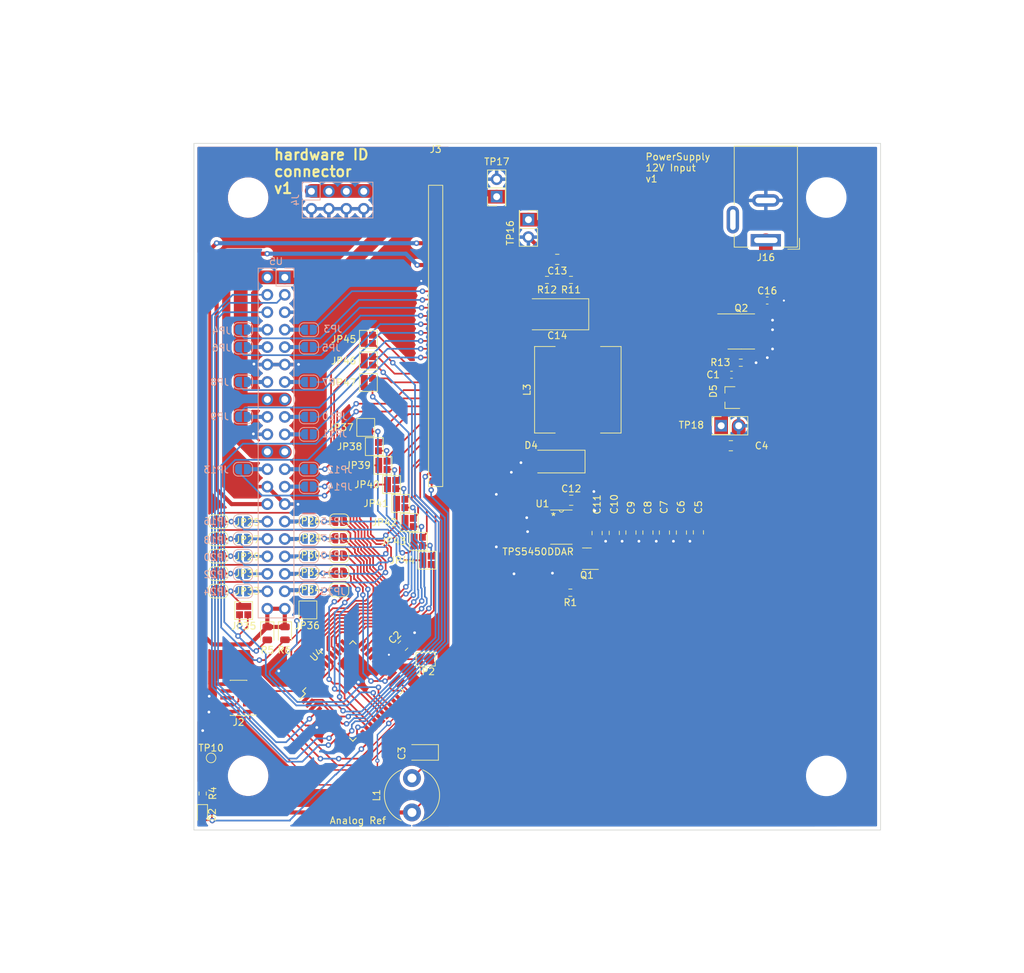
<source format=kicad_pcb>
(kicad_pcb (version 20211014) (generator pcbnew)
  (title_block (title "PowerSupply") (date "2022-01-17") (rev "v1"))
  (layers (0 "F.Cu" signal "Front") (31 "B.Cu" signal "Back") (34 "B.Paste" user) (35 "F.Paste" user) (36 "B.SilkS" user "B.Silkscreen") (37 "F.SilkS" user "F.Silkscreen") (38 "B.Mask" user) (39 "F.Mask" user) (44 "Edge.Cuts" user))
  (net 0 "")
  (net 1 "/12V")
  (net 2 "Net-(C1-Pad2)")
  (net 3 "Net-(C2-Pad1)")
  (net 4 "GND")
  (net 5 "Net-(C3-Pad1)")
  (net 6 "Net-(C12-Pad1)")
  (net 7 "Net-(C12-Pad2)")
  (net 8 "/5V")
  (net 9 "Net-(C16-Pad1)")
  (net 10 "Net-(D2-Pad1)")
  (net 11 "Net-(TP10-Pad1)")
  (net 12 "/PowerSupply_connector/CM4_reserved_1")
  (net 13 "/PowerSupply_connector/CM4_reserved_3")
  (net 14 "/PowerSupply_connector/3V3")
  (net 15 "/PowerSupply_connector/CM4_reserved_2")
  (net 16 "/PowerSupply_connector/JTAG.SRST")
  (net 17 "/PowerSupply_connector/JTAG.TRST")
  (net 18 "Net-(J2-Pad9)")
  (net 19 "/PowerSupply_connector/12V")
  (net 20 "/PowerSupply_connector/5V")
  (net 21 "/PowerSupply_connector/feature_3V3")
  (net 22 "/PowerSupply_connector/1V8")
  (net 23 "/PowerSupply_connector/feature_1V8")
  (net 24 "/PowerSupply_connector/PCM.CLK")
  (net 25 "/PowerSupply_connector/feature_PCM_CLK")
  (net 26 "/PowerSupply_connector/PCM.FS")
  (net 27 "/PowerSupply_connector/feature_PCM_FS")
  (net 28 "/PowerSupply_connector/PCM.DIN")
  (net 29 "/PowerSupply_connector/feature_PCM_DIN")
  (net 30 "/PowerSupply_connector/PCM.DOUT")
  (net 31 "/PowerSupply_connector/feature_PCM_DOUT")
  (net 32 "/PowerSupply_connector/I2C1.SDA")
  (net 33 "/PowerSupply_connector/feature_I2C1_SDA")
  (net 34 "/PowerSupply_connector/I2C1.SCL")
  (net 35 "/PowerSupply_connector/feature_I2C1_SCL")
  (net 36 "/PowerSupply_connector/SPI1.SCK")
  (net 37 "/PowerSupply_connector/feature_SPI1_SCK")
  (net 38 "/PowerSupply_connector/SPI1.MOSI")
  (net 39 "/PowerSupply_connector/feature_SPI1_MOSI")
  (net 40 "/PowerSupply_connector/SPI1.MISO")
  (net 41 "/PowerSupply_connector/feature_SPI1_MISO")
  (net 42 "Net-(J3-Pad15)")
  (net 43 "/PowerSupply_connector/feature_SPI2_SCK")
  (net 44 "Net-(J3-Pad16)")
  (net 45 "/PowerSupply_connector/feature_SPI2_MOSI")
  (net 46 "Net-(J3-Pad17)")
  (net 47 "/PowerSupply_connector/feature_SPI2_MISO")
  (net 48 "Net-(J3-Pad18)")
  (net 49 "/PowerSupply_connector/feature_GPIO_1")
  (net 50 "Net-(J3-Pad19)")
  (net 51 "/PowerSupply_connector/feature_GPIO_2")
  (net 52 "Net-(J3-Pad20)")
  (net 53 "/PowerSupply_connector/feature_GPIO_3")
  (net 54 "Net-(J3-Pad21)")
  (net 55 "/PowerSupply_connector/feature_GPIO_4")
  (net 56 "Net-(J3-Pad22)")
  (net 57 "/PowerSupply_connector/feature_GPIO_5")
  (net 58 "Net-(J3-Pad23)")
  (net 59 "/PowerSupply_connector/feature_GPIO_6")
  (net 60 "Net-(J3-Pad24)")
  (net 61 "/PowerSupply_connector/feature_GPIO_7")
  (net 62 "Net-(J3-Pad25)")
  (net 63 "/PowerSupply_connector/feature_GPIO_8")
  (net 64 "Net-(J3-Pad26)")
  (net 65 "/PowerSupply_connector/feature_GPIO_9")
  (net 66 "Net-(J3-Pad27)")
  (net 67 "/PowerSupply_connector/feature_GPIO_10")
  (net 68 "Net-(J3-Pad28)")
  (net 69 "/PowerSupply_connector/feature_INT0")
  (net 70 "Net-(J3-Pad29)")
  (net 71 "/PowerSupply_connector/feature_INT1")
  (net 72 "Net-(JP3-Pad1)")
  (net 73 "Net-(JP4-Pad1)")
  (net 74 "Net-(JP5-Pad1)")
  (net 75 "Net-(JP6-Pad1)")
  (net 76 "Net-(JP7-Pad1)")
  (net 77 "Net-(JP8-Pad1)")
  (net 78 "Net-(JP9-Pad1)")
  (net 79 "Net-(JP10-Pad1)")
  (net 80 "Net-(JP11-Pad1)")
  (net 81 "Net-(JP12-Pad1)")
  (net 82 "/PowerSupply_connector/SPI2.SCK")
  (net 83 "Net-(JP13-Pad1)")
  (net 84 "/PowerSupply_connector/SPI2.MOSI")
  (net 85 "Net-(JP14-Pad1)")
  (net 86 "/PowerSupply_connector/SPI2.MISO")
  (net 87 "Net-(JP15-Pad1)")
  (net 88 "/PowerSupply_connector/GPIO.9")
  (net 89 "Net-(JP16-Pad1)")
  (net 90 "/PowerSupply_connector/GPIO.10")
  (net 91 "Net-(JP17-Pad1)")
  (net 92 "/PowerSupply_connector/GPIO.7")
  (net 93 "Net-(JP18-Pad1)")
  (net 94 "/PowerSupply_connector/GPIO.8")
  (net 95 "Net-(JP19-Pad1)")
  (net 96 "/PowerSupply_connector/GPIO.5")
  (net 97 "Net-(JP20-Pad1)")
  (net 98 "/PowerSupply_connector/GPIO.6")
  (net 99 "Net-(JP21-Pad1)")
  (net 100 "/PowerSupply_connector/GPIO.3")
  (net 101 "Net-(JP22-Pad1)")
  (net 102 "/PowerSupply_connector/GPIO.4")
  (net 103 "Net-(JP23-Pad1)")
  (net 104 "/PowerSupply_connector/GPIO.1")
  (net 105 "Net-(JP24-Pad1)")
  (net 106 "/PowerSupply_connector/GPIO.2")
  (net 107 "Net-(JP25-Pad2)")
  (net 108 "Net-(JP26-Pad2)")
  (net 109 "Net-(JP27-Pad2)")
  (net 110 "Net-(JP28-Pad2)")
  (net 111 "Net-(JP29-Pad2)")
  (net 112 "Net-(JP30-Pad2)")
  (net 113 "Net-(JP31-Pad2)")
  (net 114 "Net-(JP32-Pad2)")
  (net 115 "Net-(JP33-Pad2)")
  (net 116 "Net-(JP34-Pad2)")
  (net 117 "Net-(JP35-Pad3)")
  (net 118 "Net-(JP36-Pad3)")
  (net 119 "/PowerSupply_connector/PA0")
  (net 120 "/PowerSupply_connector/PA1")
  (net 121 "/PowerSupply_connector/PA2")
  (net 122 "/PowerSupply_connector/PA3")
  (net 123 "/PowerSupply_connector/PA4")
  (net 124 "/PowerSupply_connector/PA5")
  (net 125 "/PowerSupply_connector/PA6")
  (net 126 "/PowerSupply_connector/PA7")
  (net 127 "/PowerSupply_connector/uC_SPI..SCK")
  (net 128 "/PowerSupply_connector/uC_SPI..MISO")
  (net 129 "/PowerSupply_connector/uC_SPI..MOSI")
  (net 130 "Net-(Q1-Pad1)")
  (net 131 "Net-(Q1-Pad3)")
  (net 132 "Net-(R11-Pad2)")
  (net 133 "/PowerSupply_connector/CM4_reset_feature")
  (net 136 "/PowerSupply_connector/CM4_UART_Tx")
  (net 137 "/PowerSupply_connector/CM4_UART_Rx")
  (footprint "Connector_PinHeader_2.54mm:PinHeader_2x01_P2.54mm_Vertical" (layer "F.Cu") (at 118.175 64.375 90)
    (fp_text reference "TP17")
    (fp_text value "TestPoint_2Pole")
  )
  (footprint "Resistor_SMD:R_0603_1608Metric" (layer "F.Cu") (at 129 76.5 180)
    (fp_text reference "R11")
    (fp_text value "10k5 1%")
  )
  (footprint "Capacitor_SMD:C_0805_2012Metric" (layer "F.Cu") (at 132.803 113.364 -90)
    (fp_text reference "C11")
    (fp_text value "10u 50v")
  )
  (footprint "Diode_SMD:D_SMA_Handsoldering" (layer "F.Cu") (at 126.65 102.95 180)
    (fp_text reference "D4")
    (fp_text value "SS54")
  )
  (footprint "Package_QFP:TQFP-44_10x10mm_P0.8mm" (layer "F.Cu") (at 97.233 136.36 45)
    (fp_text reference "U4")
    (fp_text value "ATmega32-16A")
  )
  (footprint "Jumper:SolderJumper-2_P1.3mm_Open_RoundedPad1.0x1.5mm" (layer "F.Cu") (at 77.643 121.82 180)
    (fp_text reference "JP33")
    (fp_text value "SolderJumper_2_Open")
  )
  (footprint "Capacitor_SMD:C_0805_2012Metric" (layer "F.Cu") (at 137.728 113.289 -90)
    (fp_text reference "C9")
    (fp_text value "10u 50v")
  )
  (footprint "Capacitor_SMD:C_0805_2012Metric" (layer "F.Cu") (at 145.078 113.289 -90)
    (fp_text reference "C6")
    (fp_text value "10u 50v")
  )
  (footprint "Capacitor_Tantalum_SMD:CP_EIA-7343-15_Kemet-W_Pad2.25x2.55mm_HandSolder" (layer "F.Cu") (at 127 81.5 180)
    (fp_text reference "C14")
    (fp_text value "330u")
  )
  (footprint "hardware_id:3_way_solder_jumper" (layer "F.Cu") (at 104.208 109.05)
    (fp_text reference "JP41")
    (fp_text value "Sloder_Jumper_3")
  )
  (footprint "LED_SMD:LED_1206_3216Metric" (layer "F.Cu") (at 107.403 145.31 180)
    (fp_text reference "C3")
    (fp_text value "100n")
  )
  (footprint "hardware_id:3_way_solder_jumper" (layer "F.Cu") (at 108.033 117.325)
    (fp_text reference "JP44")
    (fp_text value "Sloder_Jumper_3")
  )
  (footprint "LED_SMD:LED_0805_2012Metric" (layer "F.Cu") (at 84.773 127.98 -90)
    (fp_text reference "R5")
    (fp_text value "2K2")
  )
  (footprint "Jumper:SolderJumper-2_P1.3mm_Open_RoundedPad1.0x1.5mm" (layer "F.Cu") (at 95.233 121.65)
    (fp_text reference "JP34")
    (fp_text value "SolderJumper_2_Open")
  )
  (footprint "Resistor_SMD:R_0603_1608Metric" (layer "F.Cu") (at 75.363 151.296 -90)
    (fp_text reference "R4")
    (fp_text value "120")
  )
  (footprint "FreeSpeeker:mouting_hole_with_clearance" (layer "F.Cu") (at 166.175 148.725)
    (fp_text reference "H4" hide)
    (fp_text value "MountingHole")
  )
  (footprint "hardware_id:3_way_solder_jumper" (layer "F.Cu") (at 105.433 111.825)
    (fp_text reference "JP42")
    (fp_text value "Sloder_Jumper_3")
  )
  (footprint "Diode_SMD:D_SOT-23_ANK" (layer "F.Cu") (at 152.176 93.631 180)
    (fp_text reference "D5")
    (fp_text value "BZX84C12")
  )
  (footprint "Capacitor_SMD:C_0805_2012Metric" (layer "F.Cu") (at 140.203 113.289 -90)
    (fp_text reference "C8")
    (fp_text value "10u 50v")
  )
  (footprint "Package_TO_SOT_SMD:SOT-23" (layer "F.Cu") (at 131.318 117.094 180)
    (fp_text reference "Q1")
    (fp_text value "Q_NPN_BEC")
  )
  (footprint "hardware_id:3_way_solder_jumper" (layer "F.Cu") (at 99.108 97.975)
    (fp_text reference "JP37")
    (fp_text value "Sloder_Jumper_3")
  )
  (footprint "LED_SMD:LED_0603_1608Metric" (layer "F.Cu") (at 75.333 154.392847 -90)
    (fp_text reference "D2")
    (fp_text value "LED Green")
  )
  (footprint "Jumper:SolderJumper-2_P1.3mm_Open_RoundedPad1.0x1.5mm" (layer "F.Cu") (at 95.233 119.15)
    (fp_text reference "JP32")
    (fp_text value "SolderJumper_2_Open")
  )
  (footprint "Capacitor_SMD:C_0805_2012Metric" (layer "F.Cu") (at 147.553 113.264 -90)
    (fp_text reference "C5")
    (fp_text value "10u 50v")
  )
  (footprint "Capacitor_SMD:C_0805_2012Metric" (layer "F.Cu") (at 142.603 113.289 -90)
    (fp_text reference "C7")
    (fp_text value "10u 50v")
  )
  (footprint "Jumper:SolderJumper-2_P1.3mm_Open_RoundedPad1.0x1.5mm" (layer "F.Cu") (at 77.643 119.26 180)
    (fp_text reference "JP31")
    (fp_text value "SolderJumper_2_Open")
  )
  (footprint "hardware_id:hardware_ID_feature_connector" (layer "F.Cu") (at 109.283 87.785)
    (fp_text reference "J3")
    (fp_text value "Hardware_ID_feature_connector")
  )
  (footprint "Capacitor_SMD:C_0805_2012Metric" (layer "F.Cu") (at 135.303 113.339 -90)
    (fp_text reference "C10")
    (fp_text value "10u 50v")
  )
  (footprint "hardware_id:3_way_solder_jumper" (layer "F.Cu") (at 99.493 85.14)
    (fp_text reference "JP45")
    (fp_text value "Sloder_Jumper_3")
  )
  (footprint "hardware_id:3_way_solder_jumper" (layer "F.Cu") (at 81.333 124.65 -90)
    (fp_text reference "JP35")
    (fp_text value "Sloder_Jumper_3")
  )
  (footprint "Capacitor_SMD:C_0805_2012Metric" (layer "F.Cu") (at 152.278 100.645)
    (fp_text reference "C4")
    (fp_text value "10u 50v")
  )
  (footprint "hardware_id:3_way_solder_jumper" (layer "F.Cu") (at 102.883 106.3)
    (fp_text reference "JP40")
    (fp_text value "Sloder_Jumper_3")
  )
  (footprint "Connector_PinHeader_2.54mm:PinHeader_2x01_P2.54mm_Vertical" (layer "F.Cu") (at 150.876 97.735)
    (fp_text reference "TP18")
    (fp_text value "TestPoint_2Pole")
  )
  (footprint "Connector_BarrelJack:BarrelJack_Wuerth_6941xx301002" (layer "F.Cu") (at 157.375 70.725 180)
    (fp_text reference "J16")
    (fp_text value "Barrel_Jack")
  )
  (footprint "Inductor_SMD:L_12x12mm_H8mm" (layer "F.Cu") (at 130 92.5 90)
    (fp_text reference "L3")
    (fp_text value "15uH")
  )
  (footprint "hardware_id:3_way_solder_jumper" (layer "F.Cu") (at 106.758 114.575)
    (fp_text reference "JP43")
    (fp_text value "Sloder_Jumper_3")
  )
  (footprint "Connector_PinHeader_2.54mm:PinHeader_2x01_P2.54mm_Vertical" (layer "F.Cu") (at 122.8 67.725 -90)
    (fp_text reference "TP16")
    (fp_text value "TestPoint_2Pole")
  )
  (footprint "hardware_id:3_way_solder_jumper" (layer "F.Cu") (at 101.608 103.5)
    (fp_text reference "JP39")
    (fp_text value "Sloder_Jumper_3")
  )
  (footprint "Resistor_SMD:R_0603_1608Metric" (layer "F.Cu") (at 128.905 122.047 180)
    (fp_text reference "R1")
    (fp_text value "10k5 1%")
  )
  (footprint "Package_SO:SOIC-8-1EP_3.9x4.9mm_P1.27mm_EP2.514x3.2mm" (layer "F.Cu") (at 153.801 84.006)
    (fp_text reference "Q2")
    (fp_text value "AOSP21321")
  )
  (footprint "hardware_id:3_way_solder_jumper" (layer "F.Cu") (at 99.493 88.29)
    (fp_text reference "JP46")
    (fp_text value "Sloder_Jumper_3")
  )
  (footprint "Jumper:SolderJumper-2_P1.3mm_Open_RoundedPad1.0x1.5mm" (layer "F.Cu") (at 77.644 114.212 180)
    (fp_text reference "JP27")
    (fp_text value "SolderJumper_2_Open")
  )
  (footprint "Capacitor_SMD:C_0805_2012Metric" (layer "F.Cu") (at 127 73.5 180)
    (fp_text reference "C13")
    (fp_text value "10u 50v")
  )
  (footprint "Inductor_THT:L_Radial_D7.8mm_P5.00mm_Fastron_07HCP" (layer "F.Cu") (at 105.843 154.05 90)
    (fp_text reference "L1")
    (fp_text value "10m")
  )
  (footprint "Resistor_SMD:R_0603_1608Metric" (layer "F.Cu") (at 125.5 76.5 180)
    (fp_text reference "R12")
    (fp_text value "3k3 1%")
  )
  (footprint "Jumper:SolderJumper-2_P1.3mm_Open_RoundedPad1.0x1.5mm" (layer "F.Cu") (at 95.233 116.65)
    (fp_text reference "JP30")
    (fp_text value "SolderJumper_2_Open")
  )
  (footprint "FreeSpeeker:mouting_hole_with_clearance" (layer "F.Cu") (at 81.983 64.51)
    (fp_text reference "H1" hide)
    (fp_text value "MountingHole")
  )
  (footprint "Capacitor_SMD:C_0805_2012Metric" (layer "F.Cu") (at 129.032 108.585)
    (fp_text reference "C12")
    (fp_text value "10n")
  )
  (footprint "Capacitor_SMD:C_0603_1608Metric" (layer "F.Cu") (at 157.576 79.506)
    (fp_text reference "C16")
    (fp_text value "100n 100v")
  )
  (footprint "LED_SMD:LED_0805_2012Metric" (layer "F.Cu") (at 87.343 127.97 -90)
    (fp_text reference "R6")
    (fp_text value "2K2")
  )
  (footprint "Capacitor_SMD:C_0805_2012Metric" (layer "F.Cu") (at 104.533 129.76 45)
    (fp_text reference "C2")
    (fp_text value "10n")
  )
  (footprint "Capacitor_SMD:C_0603_1608Metric" (layer "F.Cu") (at 152.376 90.306)
    (fp_text reference "C1")
    (fp_text value "100n 100v")
  )
  (footprint "TPS5450:TPS5450DDAR" (layer "F.Cu") (at 127.6 112.5)
    (fp_text reference "U1")
    (fp_text value "TPS5450DDAR")
  )
  (footprint "Jumper:SolderJumper-2_P1.3mm_Open_TrianglePad1.0x1.5mm" (layer "F.Cu") (at 107.833 131.735 180)
    (fp_text reference "JP2")
    (fp_text value "SolderJumper_2_Open")
  )
  (footprint "Jumper:SolderJumper-2_P1.3mm_Open_RoundedPad1.0x1.5mm" (layer "F.Cu") (at 77.644 111.712 180)
    (fp_text reference "JP25")
    (fp_text value "SolderJumper_2_Open")
  )
  (footprint "hardware_id:3_way_solder_jumper" (layer "F.Cu") (at 90.683 124.55 -90)
    (fp_text reference "JP36")
    (fp_text value "Sloder_Jumper_3")
  )
  (footprint "Resistor_SMD:R_0603_1608Metric" (layer "F.Cu") (at 153.726 88.556)
    (fp_text reference "R13")
    (fp_text value "12K 1%")
  )
  (footprint "hardware_id:3_way_solder_jumper" (layer "F.Cu") (at 99.493 91.44)
    (fp_text reference "JP47")
    (fp_text value "Sloder_Jumper_3")
  )
  (footprint "Connector_PinHeader_1.00mm:PinHeader_2x05_P1.00mm_Vertical_SMD" (layer "F.Cu") (at 80.583 137.36 180)
    (fp_text reference "J2")
    (fp_text value "AVR-JTAG-10")
  )
  (footprint "Jumper:SolderJumper-2_P1.3mm_Open_RoundedPad1.0x1.5mm" (layer "F.Cu") (at 95.233 114.12)
    (fp_text reference "JP28")
    (fp_text value "SolderJumper_2_Open")
  )
  (footprint "FreeSpeeker:mouting_hole_with_clearance" (layer "F.Cu") (at 166.175 64.5)
    (fp_text reference "H3" hide)
    (fp_text value "MountingHole")
  )
  (footprint "Jumper:SolderJumper-2_P1.3mm_Open_RoundedPad1.0x1.5mm" (layer "F.Cu") (at 77.643 116.73 180)
    (fp_text reference "JP29")
    (fp_text value "SolderJumper_2_Open")
  )
  (footprint "FreeSpeeker:mouting_hole_with_clearance" (layer "F.Cu") (at 81.983 148.71)
    (fp_text reference "H2" hide)
    (fp_text value "MountingHole")
  )
  (footprint "hardware_id:3_way_solder_jumper" (layer "F.Cu") (at 100.358 100.775)
    (fp_text reference "JP38")
    (fp_text value "Sloder_Jumper_3")
  )
  (footprint "TestPoint:TestPoint_Pad_D1.0mm" (layer "F.Cu") (at 76.583 146.11)
    (fp_text reference "TP10")
    (fp_text value "TestPoint")
  )
  (footprint "Jumper:SolderJumper-2_P1.3mm_Open_RoundedPad1.0x1.5mm" (layer "F.Cu") (at 95.233 111.58)
    (fp_text reference "JP26")
    (fp_text value "SolderJumper_2_Open")
  )
  (footprint "Jumper:SolderJumper-2_P1.3mm_Open_RoundedPad1.0x1.5mm" (layer "B.Cu") (at 90.833 114.18)
    (fp_text reference "JP17")
    (fp_text value "SolderJumper_2_Open")
  )
  (footprint "Jumper:SolderJumper-2_P1.3mm_Open_RoundedPad1.0x1.5mm" (layer "B.Cu") (at 81.233 104.06 180)
    (fp_text reference "JP13")
    (fp_text value "SolderJumper_2_Open")
  )
  (footprint "Jumper:SolderJumper-2_P1.3mm_Open_RoundedPad1.0x1.5mm" (layer "B.Cu") (at 90.823 91.37)
    (fp_text reference "JP7")
    (fp_text value "SolderJumper_2_Open")
  )
  (footprint "Jumper:SolderJumper-2_P1.3mm_Open_RoundedPad1.0x1.5mm" (layer "B.Cu") (at 81.243 114.21 180)
    (fp_text reference "JP18")
    (fp_text value "SolderJumper_2_Open")
  )
  (footprint "Connector_PinHeader_2.54mm:PinHeader_2x04_P2.54mm_Vertical" (layer "B.Cu") (at 91.2 63.6 -90)
    (fp_text reference "J4")
    (fp_text value "Conn_02x04_Odd_Even")
  )
  (footprint "Jumper:SolderJumper-2_P1.3mm_Open_RoundedPad1.0x1.5mm" (layer "B.Cu") (at 90.833 98.99)
    (fp_text reference "JP11")
    (fp_text value "SolderJumper_2_Open")
  )
  (footprint "Jumper:SolderJumper-2_P1.3mm_Open_RoundedPad1.0x1.5mm" (layer "B.Cu") (at 81.243 119.29 180)
    (fp_text reference "JP22")
    (fp_text value "SolderJumper_2_Open")
  )
  (footprint "Jumper:SolderJumper-2_P1.3mm_Open_RoundedPad1.0x1.5mm" (layer "B.Cu") (at 90.833 111.68)
    (fp_text reference "JP15")
    (fp_text value "SolderJumper_2_Open")
  )
  (footprint "Jumper:SolderJumper-2_P1.3mm_Open_RoundedPad1.0x1.5mm" (layer "B.Cu") (at 90.833 96.44)
    (fp_text reference "JP10")
    (fp_text value "SolderJumper_2_Open")
  )
  (footprint "Jumper:SolderJumper-2_P1.3mm_Open_RoundedPad1.0x1.5mm" (layer "B.Cu") (at 90.833 104.06)
    (fp_text reference "JP12")
    (fp_text value "SolderJumper_2_Open")
  )
  (footprint "Connector_PinHeader_2.54mm:PinHeader_2x20_P2.54mm_Vertical" (layer "B.Cu") (at 87.318 76.125 180)
    (fp_text reference "U5")
    (fp_text value "slice_connector_male")
  )
  (footprint "Jumper:SolderJumper-2_P1.3mm_Open_RoundedPad1.0x1.5mm" (layer "B.Cu") (at 90.833 106.6)
    (fp_text reference "JP14")
    (fp_text value "SolderJumper_2_Open")
  )
  (footprint "Jumper:SolderJumper-2_P1.3mm_Open_RoundedPad1.0x1.5mm" (layer "B.Cu") (at 81.243 116.75 180)
    (fp_text reference "JP20")
    (fp_text value "SolderJumper_2_Open")
  )
  (footprint "Jumper:SolderJumper-2_P1.3mm_Open_RoundedPad1.0x1.5mm" (layer "B.Cu") (at 90.833 86.28)
    (fp_text reference "JP5")
    (fp_text value "SolderJumper_2_Open")
  )
  (footprint "Jumper:SolderJumper-2_P1.3mm_Open_RoundedPad1.0x1.5mm" (layer "B.Cu") (at 81.243 111.67 180)
    (fp_text reference "JP16")
    (fp_text value "SolderJumper_2_Open")
  )
  (footprint "Jumper:SolderJumper-2_P1.3mm_Open_RoundedPad1.0x1.5mm" (layer "B.Cu") (at 90.833 119.18)
    (fp_text reference "JP21")
    (fp_text value "SolderJumper_2_Open")
  )
  (footprint "Jumper:SolderJumper-2_P1.3mm_Open_RoundedPad1.0x1.5mm" (layer "B.Cu") (at 81.233 91.36 180)
    (fp_text reference "JP8")
    (fp_text value "SolderJumper_2_Open")
  )
  (footprint "Jumper:SolderJumper-2_P1.3mm_Open_RoundedPad1.0x1.5mm" (layer "B.Cu") (at 90.833 121.68)
    (fp_text reference "JP23")
    (fp_text value "SolderJumper_2_Open")
  )
  (footprint "Jumper:SolderJumper-2_P1.3mm_Open_RoundedPad1.0x1.5mm" (layer "B.Cu") (at 81.233 83.73 180)
    (fp_text reference "JP4")
    (fp_text value "SolderJumper_2_Open")
  )
  (footprint "Jumper:SolderJumper-2_P1.3mm_Open_RoundedPad1.0x1.5mm" (layer "B.Cu") (at 81.233 96.435 180)
    (fp_text reference "JP9")
    (fp_text value "SolderJumper_2_Open")
  )
  (footprint "Jumper:SolderJumper-2_P1.3mm_Open_RoundedPad1.0x1.5mm" (layer "B.Cu") (at 90.833 116.68)
    (fp_text reference "JP19")
    (fp_text value "SolderJumper_2_Open")
  )
  (footprint "Jumper:SolderJumper-2_P1.3mm_Open_RoundedPad1.0x1.5mm" (layer "B.Cu") (at 81.253 121.83 180)
    (fp_text reference "JP24")
    (fp_text value "SolderJumper_2_Open")
  )
  (footprint "Jumper:SolderJumper-2_P1.3mm_Open_RoundedPad1.0x1.5mm" (layer "B.Cu") (at 81.233 86.28 180)
    (fp_text reference "JP6")
    (fp_text value "SolderJumper_2_Open")
  )
  (footprint "Jumper:SolderJumper-2_P1.3mm_Open_RoundedPad1.0x1.5mm" (layer "B.Cu") (at 90.833 83.75)
    (fp_text reference "JP3")
    (fp_text value "SolderJumper_2_Open")
  )
  (gr_rect (start 74.083 56.61) (end 174.083 156.61) (layer "Edge.Cuts") (width 0.1) (fill none))
  (gr_text "Analog Ref" (at 97.969 155.233) (layer "F.SilkS") (effects (font (size 1 1))))
  (gr_text "PowerSupply\n12V Input\nv1" (at 139.775 60.175) (layer "F.SilkS") (effects (font (size 1 1)) (justify left)))
  (gr_text "hardware ID\nconnector\nv1" (at 85.583 60.71) (layer "F.SilkS") (effects (font (size 1.524 1.524) (thickness 0.3048)) (justify left)))
  (segment (start 151.601 90.306) (end 150.726 90.306) (width 0.6) (layer "F.Cu") (net 1))
  (segment (start 130.0654 111.865) (end 132.779 111.865) (width 0.6) (layer "F.Cu") (net 1))
  (segment (start 137.078 112.389) (end 137.453 112.014) (width 0.6) (layer "F.Cu") (net 1))
  (segment (start 150.876 97.735) (end 150.876 108.516) (width 2) (layer "F.Cu") (net 1))
  (segment (start 135.303 112.389) (end 137.078 112.389) (width 0.6) (layer "F.Cu") (net 1))
  (segment (start 135.303 112.389) (end 133.303 112.389) (width 0.6) (layer "F.Cu") (net 1))
  (segment (start 132.803 112.414) (end 132.803 112.139) (width 0.6) (layer "F.Cu") (net 1))
  (segment (start 131.431 64.375) (end 118.175 64.375) (width 2) (layer "F.Cu") (net 1))
  (segment (start 139.353 112.339) (end 139.028 112.014) (width 0.6) (layer "F.Cu") (net 1))
  (segment (start 151.1635 84.641) (end 149.441 84.641) (width 0.6) (layer "F.Cu") (net 1))
  (segment (start 145.203 112.014) (end 142.103 112.014) (width 2) (layer "F.Cu") (net 1))
  (segment (start 149.001 88.581) (end 149.001 85.081) (width 2) (layer "F.Cu") (net 1))
  (segment (start 142.428 112.339) (end 142.103 112.014) (width 0.6) (layer "F.Cu") (net 1))
  (segment (start 145.078 112.139) (end 145.203 112.014) (width 0.6) (layer "F.Cu") (net 1))
  (segment (start 149.481 82.101) (end 151.1635 82.101) (width 2) (layer "F.Cu") (net 1))
  (segment (start 149.001 82.581) (end 149.001 81.945) (width 2) (layer "F.Cu") (net 1))
  (segment (start 137.453 112.014) (end 132.928 112.014) (width 2) (layer "F.Cu") (net 1))
  (segment (start 147.378 112.139) (end 147.378 112.014) (width 0.6) (layer "F.Cu") (net 1))
  (segment (start 149.001 85.081) (end 149.001 82.906) (width 2) (layer "F.Cu") (net 1))
  (segment (start 149.001 88.581) (end 150.876 90.456) (width 2) (layer "F.Cu") (net 1))
  (segment (start 137.728 112.289) (end 137.453 112.014) (width 0.6) (layer "F.Cu") (net 1))
  (segment (start 132.779 111.865) (end 132.928 112.014) (width 0.6) (layer "F.Cu") (net 1))
  (segment (start 149.001 82.581) (end 149.481 82.101) (width 2) (layer "F.Cu") (net 1))
  (segment (start 133.303 112.389) (end 132.928 112.014) (width 0.6) (layer "F.Cu") (net 1))
  (segment (start 149.466 83.371) (end 149.001 82.906) (width 2) (layer "F.Cu") (net 1))
  (segment (start 139.028 112.014) (end 137.453 112.014) (width 2) (layer "F.Cu") (net 1))
  (segment (start 149.001 81.945) (end 131.431 64.375) (width 2) (layer "F.Cu") (net 1))
  (segment (start 142.103 112.014) (end 139.028 112.014) (width 2) (layer "F.Cu") (net 1))
  (segment (start 151.1635 82.101) (end 151.1635 84.641) (width 0.6) (layer "F.Cu") (net 1))
  (segment (start 118.175 64.375) (end 110.31252 64.375) (width 2) (layer "F.Cu") (net 1))
  (segment (start 140.203 112.339) (end 139.353 112.339) (width 0.6) (layer "F.Cu") (net 1))
  (segment (start 151.1635 83.371) (end 149.466 83.371) (width 2) (layer "F.Cu") (net 1))
  (segment (start 149.441 84.641) (end 149.001 85.081) (width 0.6) (layer "F.Cu") (net 1))
  (segment (start 150.876 108.516) (end 147.378 112.014) (width 2) (layer "F.Cu") (net 1))
  (segment (start 147.378 112.014) (end 145.203 112.014) (width 2) (layer "F.Cu") (net 1))
  (segment (start 150.876 90.456) (end 150.876 97.506) (width 2) (layer "F.Cu") (net 1))
  (segment (start 132.803 112.139) (end 132.928 112.014) (width 0.6) (layer "F.Cu") (net 1))
  (segment (start 149.001 82.906) (end 149.001 82.581) (width 2) (layer "F.Cu") (net 1))
  (segment (start 151.1635 87.1185) (end 152.601 88.556) (width 0.6) (layer "F.Cu") (net 2))
  (segment (start 154.001 90.306) (end 154.126 90.431) (width 0.6) (layer "F.Cu") (net 2))
  (segment (start 153.216 88.556) (end 153.216 90.241) (width 0.6) (layer "F.Cu") (net 2))
  (segment (start 154.226 94.581) (end 155.0635 93.7435) (width 2) (layer "F.Cu") (net 2))
  (segment (start 153.176 94.581) (end 154.226 94.581) (width 2) (layer "F.Cu") (net 2))
  (segment (start 151.1635 85.911) (end 151.1635 87.1185) (width 0.6) (layer "F.Cu") (net 2))
  (segment (start 155.0635 93.7435) (end 155.126 93.681) (width 2) (layer "F.Cu") (net 2))
  (segment (start 153.151 90.306) (end 154.001 90.306) (width 0.6) (layer "F.Cu") (net 2))
  (segment (start 152.601 88.556) (end 153.216 88.556) (width 0.6) (layer "F.Cu") (net 2))
  (segment (start 155.126 91.781) (end 155.126 91.431) (width 2) (layer "F.Cu") (net 2))
  (segment (start 155.126 91.431) (end 154.126 90.431) (width 2) (layer "F.Cu") (net 2))
  (segment (start 155.126 93.681) (end 155.126 91.781) (width 2) (layer "F.Cu") (net 2))
  (segment (start 102.029878 130.431751) (end 103.861249 130.431751) (width 0.25) (layer "F.Cu") (net 3))
  (segment (start 102.029878 130.431751) (end 100.697823 131.763806) (width 0.25) (layer "F.Cu") (net 3))
  (segment (start 118.125 117.15) (end 120.275 119.3) (width 2) (layer "F.Cu") (net 4))
  (segment (start 76.303 133.53) (end 76.303 135.32) (width 0.25) (layer "F.Cu") (net 4))
  (segment (start 127.5 117.8) (end 127.5 112.5) (width 2) (layer "F.Cu") (net 4))
  (segment (start 86.443 133.44) (end 76.393 133.44) (width 0.25) (layer "F.Cu") (net 4))
  (segment (start 101.22941 139.225039) (end 101.22941 138.73641) (width 0.25) (layer "F.Cu") (net 4))
  (segment (start 76.343 139.36) (end 78.933 139.36) (width 0.25) (layer "F.Cu") (net 4))
  (segment (start 118.125 107.725) (end 118.125 115.375) (width 2) (layer "F.Cu") (net 4))
  (segment (start 101.829194 139.824823) (end 101.22941 139.225039) (width 0.25) (layer "F.Cu") (net 4))
  (segment (start 124.15 102.95) (end 121.875 102.95) (width 2) (layer "F.Cu") (net 4))
  (segment (start 76.343 135.36) (end 76.303 135.32) (width 0.25) (layer "F.Cu") (net 4))
  (segment (start 78.933 135.36) (end 76.343 135.36) (width 0.25) (layer "F.Cu") (net 4))
  (segment (start 123.675 77.5) (end 123.675 81.375) (width 0.6) (layer "F.Cu") (net 4))
  (segment (start 156.851 88.556) (end 155.951 88.556) (width 0.6) (layer "F.Cu") (net 4))
  (segment (start 98.513531 135.079469) (end 98.042617 135.079469) (width 0.25) (layer "F.Cu") (net 4))
  (segment (start 101.263509 132.329491) (end 98.513531 135.079469) (width 0.25) (layer "F.Cu") (net 4))
  (segment (start 153.416 100.457) (end 153.228 100.645) (width 2) (layer "F.Cu") (net 4))
  (segment (start 108.708 76.95) (end 107.493 76.95) (width 0.15) (layer "F.Cu") (net 4))
  (segment (start 108.783 76.985) (end 109.783 76.985) (width 0.2) (layer "F.Cu") (net 4))
  (segment (start 158.351 82.356) (end 158.351 83.756) (width 0.6) (layer "F.Cu") (net 4))
  (segment (start 158.351 79.506) (end 158.351 82.356) (width 0.6) (layer "F.Cu") (net 4))
  (segment (start 93.202491 140.450107) (end 91.980489 141.672109) (width 0.25) (layer "F.Cu") (net 4))
  (segment (start 121.875 102.95) (end 121.7125 103.1125) (width 2) (layer "F.Cu") (net 4))
  (segment (start 141.418 114.554) (end 143.918 114.554) (width 2) (layer "F.Cu") (net 4))
  (segment (start 130.0654 113.135) (end 128.135 113.135) (width 0.6) (layer "F.Cu") (net 4))
  (segment (start 158.351 86.556) (end 158.351 87.056) (width 0.6) (layer "F.Cu") (net 4))
  (segment (start 158.351 79.506) (end 160.001 79.506) (width 0.6) (layer "F.Cu") (net 4))
  (segment (start 120.275 119.3) (end 120.7 119.3) (width 2) (layer "F.Cu") (net 4))
  (segment (start 76.393 133.44) (end 76.363 133.47) (width 0.25) (layer "F.Cu") (net 4))
  (segment (start 131.624 113.135) (end 132.803 114.314) (width 0.4) (layer "F.Cu") (net 4))
  (segment (start 126.05 73.5) (end 124.675 74.875) (width 0.6) (layer "F.Cu") (net 4))
  (segment (start 153.228 110.344) (end 149.018 114.554) (width 2) (layer "F.Cu") (net 4))
  (segment (start 124.675 76.5) (end 123.675 77.5) (width 0.6) (layer "F.Cu") (net 4))
  (segment (start 76.273 139.43) (end 76.343 139.36) (width 0.25) (layer "F.Cu") (net 4))
  (segment (start 158.351 87.056) (end 157.5885 87.8185) (width 0.6) (layer "F.Cu") (net 4))
  (segment (start 101.22941 138.73641) (end 97.803 135.31) (width 0.25) (layer "F.Cu") (net 4))
  (segment (start 132.2555 114.8615) (end 132.803 114.314) (width 1.8) (layer "F.Cu") (net 4))
  (segment (start 76.363 133.47) (end 76.303 133.53) (width 0.25) (layer "F.Cu") (net 4))
  (segment (start 122.815 70.265) (end 126.05 73.5) (width 0.6) (layer "F.Cu") (net 4))
  (segment (start 130.1654 113.135) (end 131.624 113.135) (width 0.4) (layer "F.Cu") (net 4))
  (segment (start 126.3 119.2) (end 127.6 117.9) (width 2) (layer "F.Cu") (net 4))
  (segment (start 98.033531 135.079469) (end 98.042617 135.079469) (width 0.25) (layer "F.Cu") (net 4))
  (segment (start 121.7125 103.1125) (end 120.3125 104.5125) (width 2) (layer "F.Cu") (net 4))
  (segment (start 118.125 115.375) (end 118.125 117.15) (width 2) (layer "F.Cu") (net 4))
  (segment (start 134.043 114.554) (end 136.443 114.554) (width 2) (layer "F.Cu") (net 4))
  (segment (start 143.918 114.554) (end 146.318 114.554) (width 2) (layer "F.Cu") (net 4))
  (segment (start 93.202491 132.329491) (end 92.693 131.82) (width 0.25) (layer "F.Cu") (net 4))
  (segment (start 132.2555 116.144) (end 132.2555 114.8615) (width 1.8) (layer "F.Cu") (net 4))
  (segment (start 92.693 131.82) (end 92.693 130.32) (width 0.25) (layer "F.Cu") (net 4))
  (segment (start 126.2 119.3) (end 126.3 119.2) (width 2) (layer "F.Cu") (net 4))
  (segment (start 97.803 135.31) (end 98.033531 135.079469) (width 0.25) (layer "F.Cu") (net 4))
  (segment (start 124.675 74.875) (end 124.675 76.5) (width 0.6) (layer "F.Cu") (net 4))
  (segment (start 155.951 88.556) (end 154.236 88.556) (width 0.6) (layer "F.Cu") (net 4))
  (segment (start 120.3125 104.5125) (end 118.125 106.7) (width 2) (layer "F.Cu") (net 4))
  (segment (start 101.263509 132.304491) (end 102.483 131.085) (width 0.2) (layer "F.Cu") (net 4))
  (segment (start 157.5885 87.8185) (end 156.851 88.556) (width 0.6) (layer "F.Cu") (net 4))
  (segment (start 118.125 106.7) (end 118.125 107.725) (width 2) (layer "F.Cu") (net 4))
  (segment (start 146.318 114.554) (end 149.018 114.554) (width 2) (layer "F.Cu") (net 4))
  (segment (start 120.7 119.3) (end 126.2 119.3) (width 2) (layer "F.Cu") (net 4))
  (segment (start 153.228 100.645) (end 153.228 110.344) (width 2) (layer "F.Cu") (net 4))
  (segment (start 136.443 114.554) (end 138.893 114.554) (width 2) (layer "F.Cu") (net 4))
  (segment (start 138.893 114.554) (end 141.418 114.554) (width 2) (layer "F.Cu") (net 4))
  (segment (start 87.318 109.145) (end 84.778 106.605) (width 0.6) (layer "F.Cu") (net 4))
  (segment (start 158.351 83.756) (end 158.351 86.556) (width 0.6) (layer "F.Cu") (net 4))
  (segment (start 107.493 76.95) (end 107.193 76.65) (width 0.15) (layer "F.Cu") (net 4))
  (segment (start 153.416 97.735) (end 153.416 100.457) (width 2) (layer "F.Cu") (net 4))
  (segment (start 127.6 117.9) (end 127.5 117.8) (width 2) (layer "F.Cu") (net 4))
  (via (at 160.001 79.506) (size 0.6) (drill 0.3) (layers "F.Cu" "B.Cu") (net 4))
  (via (at 157.5885 87.8185) (size 0.8) (drill 0.4) (layers "F.Cu" "B.Cu") (net 4))
  (via (at 89.325 88.8) (size 0.8) (drill 0.4) (layers "F.Cu" "B.Cu") (net 4))
  (via (at 132.461 110.109) (size 0.8) (drill 0.4) (layers "F.Cu" "B.Cu") (net 4))
  (via (at 134.043 114.554) (size 0.8) (drill 0.4) (layers "F.Cu" "B.Cu") (net 4))
  (via (at 158.351 86.556) (size 0.8) (drill 0.4) (layers "F.Cu" "B.Cu") (net 4))
  (via (at 106.225 127.875) (size 0.8) (drill 0.4) (layers "F.Cu" "B.Cu") (net 4))
  (via (at 121.7125 103.1125) (size 0.8) (drill 0.4) (layers "F.Cu" "B.Cu") (net 4))
  (via (at 82.75 98.925) (size 0.8) (drill 0.4) (layers "F.Cu" "B.Cu") (net 4))
  (via (at 107.193 76.65) (size 0.6) (drill 0.3) (layers "F.Cu" "B.Cu") (net 4))
  (via (at 158.351 82.356) (size 0.8) (drill 0.4) (layers "F.Cu" "B.Cu") (net 4))
  (via (at 146.318 114.554) (size 0.8) (drill 0.4) (layers "F.Cu" "B.Cu") (net 4))
  (via (at 143.918 114.554) (size 0.8) (drill 0.4) (layers "F.Cu" "B.Cu") (net 4))
  (via (at 89.25 109.175) (size 0.8) (drill 0.4) (layers "F.Cu" "B.Cu") (net 4))
  (via (at 138.893 114.554) (size 0.8) (drill 0.4) (layers "F.Cu" "B.Cu") (net 4))
  (via (at 141.418 114.554) (size 0.8) (drill 0.4) (layers "F.Cu" "B.Cu") (net 4))
  (via (at 126.3 119.2) (size 0.8) (drill 0.4) (layers "F.Cu" "B.Cu") (net 4))
  (via (at 155.951 88.556) (size 0.8) (drill 0.4) (layers "F.Cu" "B.Cu") (net 4))
  (via (at 91.980489 141.672109) (size 0.8) (drill 0.4) (layers "F.Cu" "B.Cu") (net 4))
  (via (at 120.3125 104.5125) (size 0.8) (drill 0.4) (layers "F.Cu" "B.Cu") (net 4))
  (via (at 102.483 131.085) (size 0.6) (drill 0.3) (layers "F.Cu" "B.Cu") (net 4))
  (via (at 76.313 137.13) (size 0.8) (drill 0.4) (layers "F.Cu" "B.Cu") (net 4))
  (via (at 76.273 139.43) (size 0.8) (drill 0.4) (layers "F.Cu" "B.Cu") (net 4))
  (via (at 75.363 142.13) (size 0.8) (drill 0.4) (layers "F.Cu" "B.Cu") (net 4))
  (via (at 158.351 83.756) (size 0.8) (drill 0.4) (layers "F.Cu" "B.Cu") (net 4))
  (via (at 118.125 107.725) (size 0.8) (drill 0.4) (layers "F.Cu" "B.Cu") (net 4))
  (via (at 92.693 130.32) (size 0.8) (drill 0.4) (layers "F.Cu" "B.Cu") (net 4))
  (via (at 120.7 119.3) (size 0.8) (drill 0.4) (layers "F.Cu" "B.Cu") (net 4))
  (via (at 98.042617 135.079469) (size 0.8) (drill 0.4) (layers "F.Cu" "B.Cu") (net 4))
  (via (at 82.825 88.75) (size 0.8) (drill 0.4) (layers "F.Cu" "B.Cu") (net 4))
  (via (at 86.443 133.44) (size 0.8) (drill 0.4) (layers "F.Cu" "B.Cu") (net 4))
  (via (at 122.555 111.125) (size 0.8) (drill 0.4) (layers "F.Cu" "B.Cu") (net 4))
  (via (at 122.682 113.157) (size 0.8) (drill 0.4) (layers "F.Cu" "B.Cu") (net 4))
  (via (at 132.334 107.315) (size 0.8) (drill 0.4) (layers "F.Cu" "B.Cu") (net 4))
  (via (at 136.443 114.554) (size 0.8) (drill 0.4) (layers "F.Cu" "B.Cu") (net 4))
  (via (at 118.125 115.375) (size 0.8) (drill 0.4) (layers "F.Cu" "B.Cu") (net 4))
  (segment (start 76.313 137.13) (end 76.313 139.39) (width 0.25) (layer "B.Cu") (net 4))
  (segment (start 75.363 140.34) (end 76.273 139.43) (width 0.25) (layer "B.Cu") (net 4))
  (segment (start 75.363 142.13) (end 75.363 140.34) (width 0.25) (layer "B.Cu") (net 4))
  (segment (start 92.693 130.32) (end 89.563 130.32) (width 0.25) (layer "B.Cu") (net 4))
  (segment (start 89.563 130.32) (end 86.443 133.44) (width 0.25) (layer "B.Cu") (net 4))
  (segment (start 76.313 139.39) (end 76.273 139.43) (width 0.25) (layer "B.Cu") (net 4))
  (segment (start 108.891 135.468) (end 107.108 133.685) (width 0.25) (layer "F.Cu") (net 5))
  (segment (start 105.843 149.05) (end 108.891 146.002) (width 0.25) (layer "F.Cu") (net 5))
  (segment (start 101.847823 132.895177) (end 103.008 131.735) (width 0.25) (layer "F.Cu") (net 5))
  (segment (start 103.008 131.735) (end 107.108 131.735) (width 0.25) (layer "F.Cu") (net 5))
  (segment (start 107.108 133.685) (end 107.108 131.735) (width 0.25) (layer "F.Cu") (net 5))
  (segment (start 108.891 146.002) (end 108.891 135.468) (width 0.25) (layer "F.Cu") (net 5))
  (segment (start 127.0446 108.585) (end 125.0346 110.595) (width 0.6) (layer "F.Cu") (net 6))
  (segment (start 128.082 108.585) (end 127.0446 108.585) (width 0.6) (layer "F.Cu") (net 6))
  (segment (start 130.1654 110.595) (end 130.1654 108.7684) (width 0.4) (layer "F.Cu") (net 7))
  (segment (start 130.556 110.363) (end 130.556 106.045) (width 0.4) (layer "F.Cu") (net 7))
  (segment (start 130 103) (end 130 105.489) (width 2) (layer "F.Cu") (net 7))
  (segment (start 129.794 110.49) (end 129.899 110.595) (width 0.4) (layer "F.Cu") (net 7))
  (segment (start 129.95 102.95) (end 130 103) (width 2) (layer "F.Cu") (net 7))
  (segment (start 130 97.45) (end 130 103) (width 2) (layer "F.Cu") (net 7))
  (segment (start 130 105.489) (end 130 108.567) (width 2) (layer "F.Cu") (net 7))
  (segment (start 129.794 109.601) (end 129.794 110.49) (width 0.4) (layer "F.Cu") (net 7))
  (segment (start 129.15 102.95) (end 129.95 102.95) (width 2) (layer "F.Cu") (net 7))
  (segment (start 130 108.567) (end 129.982 108.585) (width 2) (layer "F.Cu") (net 7))
  (segment (start 130.556 106.045) (end 130 105.489) (width 0.4) (layer "F.Cu") (net 7))
  (segment (start 130.324 110.595) (end 130.556 110.363) (width 0.4) (layer "F.Cu") (net 7))
  (segment (start 110.475 67.725) (end 110.425 67.775) (width 2) (layer "F.Cu") (net 8))
  (segment (start 122.8 67.725) (end 110.475 67.725) (width 2) (layer "F.Cu") (net 8))
  (segment (start 129.85 74.15) (end 129.85 76.475) (width 2) (layer "F.Cu") (net 8))
  (segment (start 125.7 67.725) (end 127.95 69.975) (width 2) (layer "F.Cu") (net 8))
  (segment (start 129.2 73.5) (end 129.85 74.15) (width 2) (layer "F.Cu") (net 8))
  (segment (start 127.95 73.5) (end 129.2 73.5) (width 2) (layer "F.Cu") (net 8))
  (segment (start 127.95 69.975) (end 127.95 73.5) (width 2) (layer "F.Cu") (net 8))
  (segment (start 129.85 76.475) (end 129.825 76.5) (width 2) (layer "F.Cu") (net 8))
  (segment (start 129.85 76.475) (end 130.2 76.825) (width 2) (layer "F.Cu") (net 8))
  (segment (start 122.8 67.725) (end 125.7 67.725) (width 2) (layer "F.Cu") (net 8))
  (segment (start 130.2 76.825) (end 130.2 81.5) (width 2) (layer "F.Cu") (net 8))
  (segment (start 109.783 67.785) (end 110.415 67.785) (width 0.6) (layer "F.Cu") (net 8))
  (segment (start 130.2 81.5) (end 130.2 87.35) (width 2) (layer "F.Cu") (net 8))
  (segment (start 110.415 67.785) (end 110.425 67.775) (width 0.6) (layer "F.Cu") (net 8))
  (segment (start 156.751 79.456) (end 155.751 79.456) (width 0.4) (layer "F.Cu") (net 9))
  (segment (start 155.751 79.456) (end 155.751 81.4135) (width 0.4) (layer "F.Cu") (net 9))
  (segment (start 157.375 77.832) (end 155.751 79.456) (width 2) (layer "F.Cu") (net 9))
  (segment (start 156.4385 82.101) (end 156.4385 84.641) (width 0.6) (layer "F.Cu") (net 9))
  (segment (start 156.4385 84.641) (end 156.4385 85.911) (width 0.6) (layer "F.Cu") (net 9))
  (segment (start 156.4385 82.101) (end 155.751 81.4135) (width 0.4) (layer "F.Cu") (net 9))
  (segment (start 156.801 81.7385) (end 156.4385 82.101) (width 0.4) (layer "F.Cu") (net 9))
  (segment (start 157.375 70.725) (end 157.375 77.832) (width 2) (layer "F.Cu") (net 9))
  (segment (start 156.801 79.506) (end 156.801 81.7385) (width 0.4) (layer "F.Cu") (net 9))
  (segment (start 75.363 152.146) (end 75.363 152.105) (width 0.15) (layer "F.Cu") (net 10))
  (segment (start 75.363 152.146) (end 75.363 153.575347) (width 0.25) (layer "F.Cu") (net 10))
  (segment (start 99.484386 143.811614) (end 98.477 144.819) (width 0.25) (layer "F.Cu") (net 11))
  (segment (start 76.708 146.235) (end 76.708 155.181) (width 0.25) (layer "F.Cu") (net 11))
  (segment (start 76.708 155.181) (end 76.76 155.233) (width 0.25) (layer "F.Cu") (net 11))
  (segment (start 76.583 146.11) (end 76.708 146.235) (width 0.25) (layer "F.Cu") (net 11))
  (segment (start 75.333 155.180347) (end 76.707347 155.180347) (width 0.25) (layer "F.Cu") (net 11))
  (segment (start 76.707347 155.180347) (end 76.76 155.233) (width 0.25) (layer "F.Cu") (net 11))
  (segment (start 99.484386 143.136869) (end 99.484386 143.811614) (width 0.25) (layer "F.Cu") (net 11))
  (segment (start 99.000767 142.65325) (end 99.484386 143.136869) (width 0.25) (layer "F.Cu") (net 11))
  (via (at 98.477 144.819) (size 0.8) (drill 0.4) (layers "F.Cu" "B.Cu") (net 11))
  (via (at 76.76 155.233) (size 0.8) (drill 0.4) (layers "F.Cu" "B.Cu") (net 11))
  (segment (start 98.477 144.819) (end 94.7595 148.5365) (width 0.25) (layer "B.Cu") (net 11))
  (segment (start 88.063 155.17) (end 94.6965 148.5365) (width 0.25) (layer "B.Cu") (net 11))
  (segment (start 76.76 155.233) (end 88.063 155.233) (width 0.25) (layer "B.Cu") (net 11))
  (segment (start 94.6965 148.5365) (end 94.7595 148.5365) (width 0.25) (layer "B.Cu") (net 11))
  (segment (start 88.063 155.233) (end 88.063 155.17) (width 0.25) (layer "B.Cu") (net 11))
  (segment (start 98.108 150.035) (end 100.808 147.335) (width 0.2) (layer "F.Cu") (net 12))
  (segment (start 82.233 140.685) (end 91.583 150.035) (width 0.2) (layer "F.Cu") (net 12))
  (segment (start 103.984869 138.586386) (end 103.984869 139.558131) (width 0.2) (layer "F.Cu") (net 12))
  (segment (start 91.583 150.035) (end 98.108 150.035) (width 0.2) (layer "F.Cu") (net 12))
  (segment (start 103.984869 139.558131) (end 102.459 141.084) (width 0.2) (layer "F.Cu") (net 12))
  (segment (start 100.808 147.335) (end 100.808 146.51) (width 0.2) (layer "F.Cu") (net 12))
  (segment (start 82.233 139.36) (end 82.233 140.685) (width 0.2) (layer "F.Cu") (net 12))
  (via (at 102.459 141.084) (size 0.8) (drill 0.4) (layers "F.Cu" "B.Cu") (net 12))
  (via (at 100.808 146.51) (size 0.6) (drill 0.3) (layers "F.Cu" "B.Cu") (net 12))
  (segment (start 100.808 142.735) (end 102.459 141.084) (width 0.2) (layer "B.Cu") (net 12))
  (segment (start 100.808 146.51) (end 100.808 142.735) (width 0.2) (layer "B.Cu") (net 12))
  (segment (start 83.382 138.36) (end 92.595 147.573) (width 0.25) (layer "F.Cu") (net 13))
  (segment (start 92.889 147.867) (end 92.595 147.573) (width 0.2) (layer "F.Cu") (net 13))
  (segment (start 82.233 138.36) (end 83.382 138.36) (width 0.25) (layer "F.Cu") (net 13))
  (segment (start 98.603162 147.867) (end 92.889 147.867) (width 0.2) (layer "F.Cu") (net 13))
  (segment (start 106.67352 139.86948) (end 106.675 139.868) (width 0.25) (layer "F.Cu") (net 13))
  (segment (start 106.675 137.740982) (end 104.091936 135.157918) (width 0.25) (layer "F.Cu") (net 13))
  (segment (start 106.67352 139.86948) (end 106.600682 139.86948) (width 0.2) (layer "F.Cu") (net 13))
  (segment (start 106.675 139.868) (end 106.675 137.740982) (width 0.25) (layer "F.Cu") (net 13))
  (segment (start 106.600682 139.86948) (end 98.603162 147.867) (width 0.2) (layer "F.Cu") (net 13))
  (segment (start 92.636806 139.991194) (end 91.238 141.39) (width 0.25) (layer "F.Cu") (net 14))
  (segment (start 94.251795 133.042205) (end 90.9205 136.3735) (width 0.25) (layer "F.Cu") (net 14))
  (segment (start 80.57 137.273) (end 80.57 137.834) (width 0.25) (layer "F.Cu") (net 14))
  (segment (start 78.103 142.88) (end 78.103 149.354793) (width 0.6) (layer "F.Cu") (net 14))
  (segment (start 78.093 152.65) (end 79.493 154.05) (width 0.6) (layer "F.Cu") (net 14))
  (segment (start 75.363 138.039022) (end 75.363 140.14) (width 0.6) (layer "F.Cu") (net 14))
  (segment (start 100.77989 138.999645) (end 100.662645 138.999645) (width 0.25) (layer "F.Cu") (net 14))
  (segment (start 110.168 149.725) (end 110.168 133.345) (width 0.25) (layer "F.Cu") (net 14))
  (segment (start 108.708 71.15) (end 106.503 71.15) (width 0.6) (layer "F.Cu") (net 14))
  (segment (start 83.491 134.532) (end 81.332 134.532) (width 0.25) (layer "F.Cu") (net 14))
  (segment (start 90.9205 136.3735) (end 85.3325 136.3735) (width 0.25) (layer "F.Cu") (net 14))
  (segment (start 75.363 73.17) (end 77.393 71.14) (width 0.6) (layer "F.Cu") (net 14))
  (segment (start 90.349 141.39) (end 85.3325 136.3735) (width 0.25) (layer "F.Cu") (net 14))
  (segment (start 91.238 141.39) (end 90.349 141.39) (width 0.25) (layer "F.Cu") (net 14))
  (segment (start 100.662645 138.999645) (end 94.251795 132.588795) (width 0.25) (layer "F.Cu") (net 14))
  (segment (start 79.493 154.05) (end 105.843 154.05) (width 0.6) (layer "F.Cu") (net 14))
  (segment (start 75.683978 138.36) (end 78.933 138.36) (width 0.6) (layer "F.Cu") (net 14))
  (segment (start 76.808 129.585) (end 75.363 128.14) (width 0.6) (layer "F.Cu") (net 14))
  (segment (start 80.57 137.834) (end 80.044 138.36) (width 0.25) (layer "F.Cu") (net 14))
  (segment (start 110.168 133.345) (end 108.558 131.735) (width 0.25) (layer "F.Cu") (net 14))
  (segment (start 75.363 138.039022) (end 75.683978 138.36) (width 0.6) (layer "F.Cu") (net 14))
  (segment (start 80.044 138.36) (end 78.933 138.36) (width 0.25) (layer "F.Cu") (net 14))
  (segment (start 75.363 128.14) (end 75.363 138.039022) (width 0.6) (layer "F.Cu") (net 14))
  (segment (start 82.2305 129.585) (end 76.808 129.585) (width 0.6) (layer "F.Cu") (net 14))
  (segment (start 84.773 127.0425) (end 82.2305 129.585) (width 0.6) (layer "F.Cu") (net 14))
  (segment (start 75.363 140.14) (end 78.103 142.88) (width 0.6) (layer "F.Cu") (net 14))
  (segment (start 105.843 154.05) (end 110.168 149.725) (width 0.25) (layer "F.Cu") (net 14))
  (segment (start 87.343 127.0325) (end 84.783 127.0325) (width 0.6) (layer "F.Cu") (net 14))
  (segment (start 94.251795 132.588795) (end 94.251795 133.042205) (width 0.25) (layer "F.Cu") (net 14))
  (segment (start 80.908489 134.955511) (end 80.908489 135.934511) (width 0.25) (layer "F.Cu") (net 14))
  (segment (start 93.768177 131.763806) (end 94.251795 132.247424) (width 0.25) (layer "F.Cu") (net 14))
  (segment (start 80.908489 135.934511) (end 81.333978 136.36) (width 0.25) (layer "F.Cu") (net 14))
  (segment (start 84.778 124.385) (end 84.778 127.0375) (width 0.6) (layer "F.Cu") (net 14))
  (segment (start 75.363 128.14) (end 75.363 73.17) (width 0.6) (layer "F.Cu") (net 14))
  (segment (start 100.77989 138.999645) (end 100.77989 139.90689) (width 0.25) (layer "F.Cu") (net 14))
  (segment (start 81.483 136.36) (end 80.57 137.273) (width 0.25) (layer "F.Cu") (net 14))
  (segment (start 81.333978 136.36) (end 82.233 136.36) (width 0.25) (layer "F.Cu") (net 14))
  (segment (start 94.251795 132.247424) (end 94.251795 132.588795) (width 0.25) (layer "F.Cu") (net 14))
  (segment (start 87.318 124.385) (end 87.318 127.0075) (width 0.6) (layer "F.Cu") (net 14))
  (segment (start 100.77989 139.90689) (end 101.263509 140.390509) (width 0.25) (layer "F.Cu") (net 14))
  (segment (start 78.093 149.364793) (end 78.093 152.65) (width 0.6) (layer "F.Cu") (net 14))
  (segment (start 84.778 124.385) (end 87.318 124.385) (width 0.6) (layer "F.Cu") (net 14))
  (segment (start 85.3325 136.3735) (end 83.491 134.532) (width 0.25) (layer "F.Cu") (net 14))
  (segment (start 81.332 134.532) (end 80.908489 134.955511) (width 0.25) (layer "F.Cu") (net 14))
  (segment (start 78.103 149.354793) (end 78.093 149.364793) (width 0.6) (layer "F.Cu") (net 14))
  (via (at 106.503 71.15) (size 0.8) (drill 0.4) (layers "F.Cu" "B.Cu") (net 14))
  (via (at 77.393 71.14) (size 0.8) (drill 0.4) (layers "F.Cu" "B.Cu") (net 14))
  (segment (start 106.503 71.15) (end 77.403 71.15) (width 0.6) (layer "B.Cu") (net 14))
  (segment (start 77.403 71.15) (end 77.393 71.14) (width 0.6) (layer "B.Cu") (net 14))
  (segment (start 82.233 137.36) (end 83.652 137.36) (width 0.25) (layer "F.Cu") (net 15))
  (segment (start 104.091936 137.562082) (end 104.723927 138.194073) (width 0.25) (layer "F.Cu") (net 15))
  (segment (start 92.508 146.216) (end 83.652 137.36) (width 0.25) (layer "F.Cu") (net 15))
  (segment (start 98.223 146.216) (end 104.723927 139.715073) (width 0.2) (layer "F.Cu") (net 15))
  (segment (start 104.723927 138.194073) (end 104.723927 139.715073) (width 0.2) (layer "F.Cu") (net 15))
  (segment (start 98.223 146.216) (end 95.175 146.216) (width 0.25) (layer "F.Cu") (net 15))
  (via (at 95.175 146.216) (size 0.8) (drill 0.4) (layers "F.Cu" "B.Cu") (net 15))
  (via (at 92.508 146.216) (size 0.8) (drill 0.4) (layers "F.Cu" "B.Cu") (net 15))
  (segment (start 92.508 146.216) (end 95.175 146.216) (width 0.25) (layer "B.Cu") (net 15))
  (segment (start 103.049 136.31) (end 104.573 136.31) (width 0.25) (layer "F.Cu") (net 18))
  (segment (start 94.945542 147.17352) (end 83.132022 135.36) (width 0.25) (layer "F.Cu") (net 18))
  (segment (start 103.52625 134.592233) (end 102.668 135.450483) (width 0.25) (layer "F.Cu") (net 18))
  (segment (start 104.573 136.31) (end 106.224 137.961) (width 0.25) (layer "F.Cu") (net 18))
  (segment (start 102.668 135.929) (end 103.049 136.31) (width 0.25) (layer "F.Cu") (net 18))
  (segment (start 98.183762 147.17352) (end 94.945542 147.17352) (width 0.25) (layer "F.Cu") (net 18))
  (segment (start 106.224 137.961) (end 106.224 139.133282) (width 0.25) (layer "F.Cu") (net 18))
  (segment (start 102.668 135.450483) (end 102.668 135.929) (width 0.25) (layer "F.Cu") (net 18))
  (segment (start 106.224 139.133282) (end 98.183762 147.17352) (width 0.25) (layer "F.Cu") (net 18))
  (segment (start 83.132022 135.36) (end 82.233 135.36) (width 0.25) (layer "F.Cu") (net 18))
  (segment (start 103.5 63.525) (end 103.486 63.539) (width 2) (layer "F.Cu") (net 19))
  (segment (start 104.375 64.4) (end 103.5 63.525) (width 2) (layer "F.Cu") (net 19))
  (segment (start 103.486 63.539) (end 91.238 63.539) (width 2) (layer "F.Cu") (net 19))
  (segment (start 108.783 64.385) (end 108.065 64.385) (width 0.6) (layer "F.Cu") (net 19))
  (segment (start 108.065 64.385) (end 108.05 64.4) (width 0.6) (layer "F.Cu") (net 19))
  (segment (start 108.05 64.4) (end 104.375 64.4) (width 2) (layer "F.Cu") (net 19))
  (segment (start 107.9 67.825) (end 103.25 67.825) (width 2) (layer "F.Cu") (net 20))
  (segment (start 108.783 67.785) (end 107.94 67.785) (width 0.6) (layer "F.Cu") (net 20))
  (segment (start 82.425 76.125) (end 87.318 76.125) (width 2) (layer "F.Cu") (net 20))
  (segment (start 84.778 76.125) (end 87.318 76.125) (width 0.6) (layer "F.Cu") (net 20))
  (segment (start 94.95 76.125) (end 87.318 76.125) (width 2) (layer "F.Cu") (net 20))
  (segment (start 80.9 93.9) (end 80.905 93.905) (width 2) (layer "F.Cu") (net 20))
  (segment (start 80.905 93.905) (end 87.318 93.905) (width 2) (layer "F.Cu") (net 20))
  (segment (start 87.318 101.525) (end 82.85 101.525) (width 2) (layer "F.Cu") (net 20))
  (segment (start 82.85 101.525) (end 80.9 99.575) (width 2) (layer "F.Cu") (net 20))
  (segment (start 80.9 93.9) (end 80.9 77.65) (width 2) (layer "F.Cu") (net 20))
  (segment (start 107.94 67.785) (end 107.9 67.825) (width 0.6) (layer "F.Cu") (net 20))
  (segment (start 80.9 99.575) (end 80.9 93.9) (width 2) (layer "F.Cu") (net 20))
  (segment (start 80.9 77.65) (end 82.425 76.125) (width 2) (layer "F.Cu") (net 20))
  (segment (start 103.25 67.825) (end 94.95 76.125) (width 2) (layer "F.Cu") (net 20))
  (segment (start 84.778 109.145) (end 79.567 109.145) (width 0.6) (layer "F.Cu") (net 22))
  (segment (start 79.046 72.683) (end 84.761 72.683) (width 0.6) (layer "F.Cu") (net 22))
  (segment (start 77.395 74.334) (end 79.046 72.683) (width 0.6) (layer "F.Cu") (net 22))
  (segment (start 106.605 74.334) (end 108.492 74.334) (width 0.6) (layer "F.Cu") (net 22))
  (segment (start 108.492 74.334) (end 108.708 74.55) (width 0.6) (layer "F.Cu") (net 22))
  (segment (start 77.395 106.973) (end 79.567 109.145) (width 0.6) (layer "F.Cu") (net 22))
  (segment (start 77.395 106.973) (end 77.395 74.334) (width 0.6) (layer "F.Cu") (net 22))
  (via (at 106.605 74.334) (size 0.8) (drill 0.4) (layers "F.Cu" "B.Cu") (net 22))
  (via (at 84.761 72.683) (size 0.8) (drill 0.4) (layers "F.Cu" "B.Cu") (net 22))
  (segment (start 104.954 72.683) (end 106.605 74.334) (width 0.6) (layer "B.Cu") (net 22))
  (segment (start 84.761 72.683) (end 104.954 72.683) (width 0.6) (layer "B.Cu") (net 22))
  (segment (start 108.708 78.15) (end 107.373 78.15) (width 0.25) (layer "F.Cu") (net 24))
  (segment (start 107.373 78.15) (end 107.367 78.144) (width 0.25) (layer "F.Cu") (net 24))
  (via (at 107.367 78.144) (size 0.8) (drill 0.4) (layers "F.Cu" "B.Cu") (net 24))
  (segment (start 91.483 83.75) (end 97.089 78.144) (width 0.25) (layer "B.Cu") (net 24))
  (segment (start 97.089 78.144) (end 107.367 78.144) (width 0.25) (layer "B.Cu") (net 24))
  (segment (start 108.708 79.35) (end 107.431 79.35) (width 0.25) (layer "F.Cu") (net 26))
  (segment (start 107.431 79.35) (end 107.367 79.414) (width 0.25) (layer "F.Cu") (net 26))
  (via (at 107.367 79.414) (size 0.8) (drill 0.4) (layers "F.Cu" "B.Cu") (net 26))
  (segment (start 98.096 79.414) (end 107.367 79.414) (width 0.25) (layer "B.Cu") (net 26))
  (segment (start 92.508 85.002) (end 98.096 79.414) (width 0.25) (layer "B.Cu") (net 26))
  (segment (start 80.583 84.13894) (end 81.44606 85.002) (width 0.25) (layer "B.Cu") (net 26))
  (segment (start 81.44606 85.002) (end 92.508 85.002) (width 0.25) (layer "B.Cu") (net 26))
  (segment (start 107.247 80.55) (end 107.24 80.557) (width 0.25) (layer "F.Cu") (net 28))
  (segment (start 108.708 80.55) (end 107.247 80.55) (width 0.25) (layer "F.Cu") (net 28))
  (via (at 107.24 80.557) (size 0.8) (drill 0.4) (layers "F.Cu" "B.Cu") (net 28))
  (segment (start 92.5 86.28) (end 98.223 80.557) (width 0.25) (layer "B.Cu") (net 28))
  (segment (start 98.223 80.557) (end 107.24 80.557) (width 0.25) (layer "B.Cu") (net 28))
  (segment (start 91.483 86.28) (end 92.5 86.28) (width 0.25) (layer "B.Cu") (net 28))
  (segment (start 107.163 81.75) (end 107.113 81.7) (width 0.25) (layer "F.Cu") (net 30))
  (segment (start 108.708 81.75) (end 107.163 81.75) (width 0.25) (layer "F.Cu") (net 30))
  (via (at 107.113 81.7) (size 0.8) (drill 0.4) (layers "F.Cu" "B.Cu") (net 30))
  (segment (start 98.35 81.7) (end 107.113 81.7) (width 0.25) (layer "B.Cu") (net 30))
  (segment (start 80.583 86.68894) (end 81.353571 87.459511) (width 0.25) (layer "B.Cu") (net 30))
  (segment (start 81.353571 87.459511) (end 92.590489 87.459511) (width 0.25) (layer "B.Cu") (net 30))
  (segment (start 92.590489 87.459511) (end 98.35 81.7) (width 0.25) (layer "B.Cu") (net 30))
  (segment (start 107.123 82.94) (end 108.698 82.94) (width 0.25) (layer "F.Cu") (net 32))
  (via (at 107.123 82.94) (size 0.8) (drill 0.4) (layers "F.Cu" "B.Cu") (net 32))
  (segment (start 101.213 82.94) (end 107.123 82.94) (width 0.25) (layer "B.Cu") (net 32))
  (segment (start 101.193 82.96) (end 101.213 82.94) (width 0.25) (layer "B.Cu") (net 32))
  (segment (start 91.473 91.37) (end 92.783 91.37) (width 0.25) (layer "B.Cu") (net 32))
  (segment (start 92.783 91.37) (end 101.193 82.96) (width 0.25) (layer "B.Cu") (net 32))
  (segment (start 107.133 84.21) (end 108.648 84.21) (width 0.25) (layer "F.Cu") (net 34))
  (via (at 107.133 84.21) (size 0.8) (drill 0.4) (layers "F.Cu" "B.Cu") (net 34))
  (segment (start 80.583 91.76894) (end 81.35406 92.54) (width 0.25) (layer "B.Cu") (net 34))
  (segment (start 92.923 92.54) (end 101.253 84.21) (width 0.25) (layer "B.Cu") (net 34))
  (segment (start 101.253 84.21) (end 107.133 84.21) (width 0.25) (layer "B.Cu") (net 34))
  (segment (start 81.35406 92.54) (end 92.923 92.54) (width 0.25) (layer "B.Cu") (net 34))
  (segment (start 107.113 85.383) (end 108.675 85.383) (width 0.25) (layer "F.Cu") (net 36))
  (via (at 107.113 85.383) (size 0.8) (drill 0.4) (layers "F.Cu" "B.Cu") (net 36))
  (segment (start 81.529549 95.079511) (end 92.336489 95.079511) (width 0.25) (layer "B.Cu") (net 36))
  (segment (start 92.336489 95.079511) (end 92.381 95.035) (width 0.25) (layer "B.Cu") (net 36))
  (segment (start 80.583 96.02606) (end 81.529549 95.079511) (width 0.25) (layer "B.Cu") (net 36))
  (segment (start 102.033 85.383) (end 107.113 85.383) (width 0.25) (layer "B.Cu") (net 36))
  (segment (start 92.381 95.035) (end 102.033 85.383) (width 0.25) (layer "B.Cu") (net 36))
  (segment (start 107.113 86.526) (end 108.684 86.526) (width 0.25) (layer "F.Cu") (net 38))
  (via (at 107.113 86.526) (size 0.8) (drill 0.4) (layers "F.Cu" "B.Cu") (net 38))
  (segment (start 92.373 96.44) (end 102.287 86.526) (width 0.25) (layer "B.Cu") (net 38))
  (segment (start 91.483 96.44) (end 92.373 96.44) (width 0.25) (layer "B.Cu") (net 38))
  (segment (start 102.287 86.526) (end 107.113 86.526) (width 0.25) (layer "B.Cu") (net 38))
  (segment (start 107.113 87.796) (end 108.662 87.796) (width 0.25) (layer "F.Cu") (net 40))
  (via (at 107.113 87.796) (size 0.8) (drill 0.4) (layers "F.Cu" "B.Cu") (net 40))
  (segment (start 91.483 98.854) (end 102.541 87.796) (width 0.25) (layer "B.Cu") (net 40))
  (segment (start 102.541 87.796) (end 107.113 87.796) (width 0.25) (layer "B.Cu") (net 40))
  (segment (start 100.843 84.54) (end 105.253 88.95) (width 0.25) (layer "F.Cu") (net 42))
  (segment (start 100.093 84.54) (end 100.843 84.54) (width 0.25) (layer "F.Cu") (net 42))
  (segment (start 105.253 88.95) (end 108.708 88.95) (width 0.25) (layer "F.Cu") (net 42))
  (segment (start 103.303 90.15) (end 108.708 90.15) (width 0.25) (layer "F.Cu") (net 44))
  (segment (start 100.093 87.69) (end 100.843 87.69) (width 0.25) (layer "F.Cu") (net 44))
  (segment (start 100.843 87.69) (end 103.303 90.15) (width 0.25) (layer "F.Cu") (net 44))
  (segment (start 102.283 90.84) (end 102.8585 91.4155) (width 0.25) (layer "F.Cu") (net 46))
  (segment (start 102.8585 91.4155) (end 108.6425 91.4155) (width 0.25) (layer "F.Cu") (net 46))
  (segment (start 100.093 90.84) (end 102.283 90.84) (width 0.25) (layer "F.Cu") (net 46))
  (segment (start 108.708 92.55) (end 104.645 92.55) (width 0.25) (layer "F.Cu") (net 48))
  (segment (start 88.2255 128.9075) (end 91.283 125.85) (width 0.2) (layer "F.Cu") (net 48))
  (segment (start 102.668 94.527) (end 97.461 94.527) (width 0.25) (layer "F.Cu") (net 48))
  (segment (start 87.343 128.9075) (end 88.2255 128.9075) (width 0.2) (layer "F.Cu") (net 48))
  (segment (start 85.142 131.103) (end 84.38 131.865) (width 0.25) (layer "F.Cu") (net 48))
  (segment (start 91.283 125.85) (end 91.283 125.15) (width 0.2) (layer "F.Cu") (net 48))
  (segment (start 85.1475 131.103) (end 85.142 131.103) (width 0.25) (layer "F.Cu") (net 48))
  (segment (start 87.343 128.9075) (end 85.1475 131.103) (width 0.25) (layer "F.Cu") (net 48))
  (segment (start 104.645 92.55) (end 102.668 94.527) (width 0.25) (layer "F.Cu") (net 48))
  (segment (start 84.38 131.865) (end 83.618 131.865) (width 0.25) (layer "F.Cu") (net 48))
  (via (at 97.715 94.527) (size 0.8) (drill 0.4) (layers "F.Cu" "B.Cu") (net 48))
  (via (at 83.618 131.865) (size 0.8) (drill 0.4) (layers "F.Cu" "B.Cu") (net 48))
  (segment (start 89.587 100.369) (end 91.873 100.369) (width 0.25) (layer "B.Cu") (net 48))
  (segment (start 82.802282 131.865) (end 83.618 131.865) (width 0.25) (layer "B.Cu") (net 48))
  (segment (start 78.05348 103.52052) (end 78.05348 127.116198) (width 0.25) (layer "B.Cu") (net 48))
  (segment (start 91.873 100.369) (end 97.715 94.527) (width 0.25) (layer "B.Cu") (net 48))
  (segment (start 89.568489 100.350489) (end 89.587 100.369) (width 0.25) (layer "B.Cu") (net 48))
  (segment (start 81.223511 100.350489) (end 89.568489 100.350489) (width 0.25) (layer "B.Cu") (net 48))
  (segment (start 81.223511 100.350489) (end 78.05348 103.52052) (width 0.25) (layer "B.Cu") (net 48))
  (segment (start 78.05348 127.116198) (end 82.802282 131.865) (width 0.25) (layer "B.Cu") (net 48))
  (segment (start 112.975 116.275) (end 112.975 95.3) (width 0.6) (layer "F.Cu") (net 49))
  (segment (start 110.26 92.585) (end 109.783 92.585) (width 0.6) (layer "F.Cu") (net 49))
  (segment (start 128.008 121.975) (end 118.675 121.975) (width 0.6) (layer "F.Cu") (net 49))
  (segment (start 118.675 121.975) (end 112.975 116.275) (width 0.6) (layer "F.Cu") (net 49))
  (segment (start 112.975 95.3) (end 110.26 92.585) (width 0.6) (layer "F.Cu") (net 49))
  (segment (start 81.933 125.25) (end 81.933 126.935) (width 0.25) (layer "F.Cu") (net 50))
  (segment (start 104.588 93.75) (end 102.668 95.67) (width 0.25) (layer "F.Cu") (net 50))
  (segment (start 108.708 93.75) (end 104.588 93.75) (width 0.25) (layer "F.Cu") (net 50))
  (segment (start 83.6035 130.087) (end 84.773 128.9175) (width 0.25) (layer "F.Cu") (net 50))
  (segment (start 83.6035 130.1015) (end 83.1692 130.5358) (width 0.25) (layer "F.Cu") (net 50))
  (segment (start 81.933 126.935) (end 80.508 128.36) (width 0.25) (layer "F.Cu") (net 50))
  (segment (start 83.6035 130.087) (end 83.6035 130.1015) (width 0.25) (layer "F.Cu") (net 50))
  (segment (start 102.668 95.67) (end 97.461 95.67) (width 0.25) (layer "F.Cu") (net 50))
  (via (at 80.508 128.36) (size 0.8) (drill 0.4) (layers "F.Cu" "B.Cu") (net 50))
  (via (at 83.1692 130.5358) (size 0.8) (drill 0.4) (layers "F.Cu" "B.Cu") (net 50))
  (via (at 97.715 95.67) (size 0.8) (drill 0.4) (layers "F.Cu" "B.Cu") (net 50))
  (segment (start 90.685489 102.699511) (end 97.715 95.67) (width 0.25) (layer "B.Cu") (net 50))
  (segment (start 80.508 128.36) (end 80.508 128.335) (width 0.25) (layer "B.Cu") (net 50))
  (segment (start 78.503 126.33) (end 78.503 104.29) (width 0.25) (layer "B.Cu") (net 50))
  (segment (start 80.508 128.335) (end 78.503 126.33) (width 0.25) (layer "B.Cu") (net 50))
  (segment (start 83.1692 130.5358) (end 82.6838 130.5358) (width 0.25) (layer "B.Cu") (net 50))
  (segment (start 82.6838 130.5358) (end 80.508 128.36) (width 0.25) (layer "B.Cu") (net 50))
  (segment (start 80.093489 102.699511) (end 90.685489 102.699511) (width 0.25) (layer "B.Cu") (net 50))
  (segment (start 78.503 104.29) (end 80.093489 102.699511) (width 0.25) (layer "B.Cu") (net 50))
  (segment (start 104.954 94.908) (end 108.666 94.908) (width 0.25) (layer "F.Cu") (net 52))
  (segment (start 102.487 97.375) (end 104.954 94.908) (width 0.25) (layer "F.Cu") (net 52))
  (segment (start 99.708 97.375) (end 102.487 97.375) (width 0.25) (layer "F.Cu") (net 52))
  (segment (start 105.335 96.051) (end 108.609 96.051) (width 0.25) (layer "F.Cu") (net 54))
  (segment (start 101.211 100.175) (end 105.335 96.051) (width 0.25) (layer "F.Cu") (net 54))
  (segment (start 102.208 102.353) (end 107.24 97.321) (width 0.25) (layer "F.Cu") (net 56))
  (segment (start 107.24 97.321) (end 108.679 97.321) (width 0.25) (layer "F.Cu") (net 56))
  (segment (start 102.208 102.9) (end 102.208 102.353) (width 0.25) (layer "F.Cu") (net 56))
  (segment (start 103.483 105.7) (end 104.065 105.118) (width 0.25) (layer "F.Cu") (net 58))
  (segment (start 107.789 98.55) (end 108.708 98.55) (width 0.25) (layer "F.Cu") (net 58))
  (segment (start 104.065 102.274) (end 107.789 98.55) (width 0.25) (layer "F.Cu") (net 58))
  (segment (start 104.065 105.118) (end 104.065 102.274) (width 0.25) (layer "F.Cu") (net 58))
  (segment (start 105.370511 102.238489) (end 107.859 99.75) (width 0.25) (layer "F.Cu") (net 60))
  (segment (start 104.808 108.45) (end 105.370511 107.887489) (width 0.25) (layer "F.Cu") (net 60))
  (segment (start 105.370511 107.887489) (end 105.370511 102.238489) (width 0.25) (layer "F.Cu") (net 60))
  (segment (start 107.859 99.75) (end 108.708 99.75) (width 0.25) (layer "F.Cu") (net 60))
  (segment (start 106.732 110.529) (end 106.036 111.225) (width 0.25) (layer "F.Cu") (net 62))
  (segment (start 106.732 110.529) (end 106.732 109.397386) (width 0.25) (layer "F.Cu") (net 62))
  (segment (start 105.820031 103.796186) (end 105.820031 108.485417) (width 0.25) (layer "F.Cu") (net 62))
  (segment (start 105.820031 108.485417) (end 106.732 109.397386) (width 0.25) (layer "F.Cu") (net 62))
  (segment (start 108.666217 100.95) (end 105.820031 103.796186) (width 0.25) (layer "F.Cu") (net 62))
  (segment (start 108.708 102.15) (end 108.101935 102.15) (width 0.25) (layer "F.Cu") (net 64))
  (segment (start 108.002 113.331) (end 107.358 113.975) (width 0.25) (layer "F.Cu") (net 64))
  (segment (start 108.101935 102.15) (end 106.269551 103.982384) (width 0.25) (layer "F.Cu") (net 64))
  (segment (start 106.269551 103.982384) (end 106.269551 108.299219) (width 0.25) (layer "F.Cu") (net 64))
  (segment (start 106.293551 108.311834) (end 107.29848 109.316763) (width 0.25) (layer "F.Cu") (net 64))
  (segment (start 107.29848 109.31748) (end 108.002 110.021) (width 0.25) (layer "F.Cu") (net 64))
  (segment (start 106.269551 108.299219) (end 106.282166 108.311834) (width 0.25) (layer "F.Cu") (net 64))
  (segment (start 108.002 110.021) (end 108.002 113.331) (width 0.25) (layer "F.Cu") (net 64))
  (segment (start 106.282166 108.311834) (end 106.293551 108.311834) (width 0.25) (layer "F.Cu") (net 64))
  (segment (start 107.29848 109.316763) (end 107.29848 109.31748) (width 0.25) (layer "F.Cu") (net 64))
  (segment (start 109.272 110.654565) (end 107.041901 108.424467) (width 0.25) (layer "F.Cu") (net 66))
  (segment (start 109.272 115.99) (end 109.272 110.654565) (width 0.25) (layer "F.Cu") (net 66))
  (segment (start 108.708 103.35) (end 108.196 103.35) (width 0.25) (layer "F.Cu") (net 66))
  (segment (start 107.041901 108.424467) (end 107.041901 104.504099) (width 0.25) (layer "F.Cu") (net 66))
  (segment (start 108.633 116.629) (end 109.272 115.99) (width 0.25) (layer "F.Cu") (net 66))
  (segment (start 108.196 103.35) (end 107.041901 104.504099) (width 0.25) (layer "F.Cu") (net 66))
  (segment (start 108.367668 104.55) (end 107.766412 105.151256) (width 0.25) (layer "F.Cu") (net 68))
  (segment (start 96.030918 143.201082) (end 97.08 142.152) (width 0.25) (layer "F.Cu") (net 68))
  (segment (start 108.708 104.55) (end 108.367668 104.55) (width 0.25) (layer "F.Cu") (net 68))
  (via (at 107.766412 105.151256) (size 0.8) (drill 0.4) (layers "F.Cu" "B.Cu") (net 68))
  (via (at 97.08 142.152) (size 0.8) (drill 0.4) (layers "F.Cu" "B.Cu") (net 68))
  (segment (start 110.62056 129.138804) (end 110.62056 111.11556) (width 0.25) (layer "B.Cu") (net 68))
  (segment (start 97.08 141.263) (end 97.57796 140.76504) (width 0.25) (layer "B.Cu") (net 68))
  (segment (start 97.57796 140.76504) (end 98.994325 140.76504) (width 0.25) (layer "B.Cu") (net 68))
  (segment (start 107.621 108.116) (end 107.621 105.296668) (width 0.25) (layer "B.Cu") (net 68))
  (segment (start 107.621 105.296668) (end 107.766412 105.151256) (width 0.25) (layer "B.Cu") (net 68))
  (segment (start 98.994325 140.76504) (end 110.62056 129.138804) (width 0.25) (layer "B.Cu") (net 68))
  (segment (start 110.62056 111.11556) (end 107.621 108.116) (width 0.25) (layer "B.Cu") (net 68))
  (segment (start 97.08 142.152) (end 97.08 141.263) (width 0.25) (layer "B.Cu") (net 68))
  (segment (start 108.708 107.029) (end 108.637 107.1) (width 0.25) (layer "F.Cu") (net 70))
  (segment (start 97.842 141.771) (end 97.969 141.644) (width 0.25) (layer "F.Cu") (net 70))
  (segment (start 97.842 142.66) (end 97.842 141.771) (width 0.25) (layer "F.Cu") (net 70))
  (segment (start 98.400936 143.218936) (end 97.842 142.66) (width 0.25) (layer "F.Cu") (net 70))
  (segment (start 108.708 105.75) (end 108.708 107.029) (width 0.25) (layer "F.Cu") (net 70))
  (via (at 108.637 107.1) (size 0.8) (drill 0.4) (layers "F.Cu" "B.Cu") (net 70))
  (via (at 97.969 141.644) (size 0.8) (drill 0.4) (layers "F.Cu" "B.Cu") (net 70))
  (segment (start 98.751083 141.644) (end 111.07008 129.325001) (width 0.25) (layer "B.Cu") (net 70))
  (segment (start 111.07008 129.325001) (end 111.07008 110.42208) (width 0.25) (layer "B.Cu") (net 70))
  (segment (start 108.637 107.989) (end 108.637 107.1) (width 0.25) (layer "B.Cu") (net 70))
  (segment (start 97.969 141.644) (end 98.751083 141.644) (width 0.25) (layer "B.Cu") (net 70))
  (segment (start 111.07008 110.42208) (end 108.637 107.989) (width 0.25) (layer "B.Cu") (net 70))
  (segment (start 87.318 83.745) (end 90.178 83.745) (width 0.6) (layer "B.Cu") (net 72))
  (segment (start 81.883 83.73) (end 84.763 83.73) (width 0.6) (layer "B.Cu") (net 73))
  (segment (start 90.183 86.28) (end 87.323 86.28) (width 0.6) (layer "B.Cu") (net 74))
  (segment (start 81.883 86.28) (end 84.773 86.28) (width 0.6) (layer "B.Cu") (net 75))
  (segment (start 87.318 91.365) (end 90.168 91.365) (width 0.6) (layer "B.Cu") (net 76))
  (segment (start 84.778 91.365) (end 81.888 91.365) (width 0.6) (layer "B.Cu") (net 77))
  (segment (start 84.778 96.445) (end 81.893 96.445) (width 0.6) (layer "B.Cu") (net 78))
  (segment (start 87.318 96.445) (end 90.178 96.445) (width 0.6) (layer "B.Cu") (net 79))
  (segment (start 87.318 98.985) (end 90.178 98.985) (width 0.6) (layer "B.Cu") (net 80))
  (segment (start 87.318 104.065) (end 90.178 104.065) (width 0.6) (layer "B.Cu") (net 81))
  (segment (start 94.058 103.16) (end 93.158 104.06) (width 0.25) (layer "F.Cu") (net 82))
  (segment (start 94.058 89.975) (end 94.058 103.16) (width 0.25) (layer "F.Cu") (net 82))
  (segment (start 98.893 85.14) (end 94.058 89.975) (width 0.25) (layer "F.Cu") (net 82))
  (via (at 93.158 104.06) (size 0.8) (drill 0.4) (layers "F.Cu" "B.Cu") (net 82))
  (segment (start 91.483 104.06) (end 93.158 104.06) (width 0.25) (layer "B.Cu") (net 82))
  (segment (start 81.883 104.06) (end 84.773 104.06) (width 0.6) (layer "B.Cu") (net 83))
  (segment (start 94.95752 95.37548) (end 98.893 91.44) (width 0.25) (layer "F.Cu") (net 84))
  (segment (start 93.108 107.91) (end 94.95752 106.06048) (width 0.25) (layer "F.Cu") (net 84))
  (segment (start 94.95752 106.06048) (end 94.95752 95.37548) (width 0.25) (layer "F.Cu") (net 84))
  (via (at 93.108 107.91) (size 0.8) (drill 0.4) (layers "F.Cu" "B.Cu") (net 84))
  (segment (start 80.583 104.46894) (end 84.01406 107.9) (width 0.25) (layer "B.Cu") (net 84))
  (segment (start 93.098 107.9) (end 93.108 107.91) (width 0.25) (layer "B.Cu") (net 84))
  (segment (start 84.01406 107.9) (end 93.098 107.9) (width 0.25) (layer "B.Cu") (net 84))
  (segment (start 87.318 106.605) (end 90.178 106.605) (width 0.6) (layer "B.Cu") (net 85))
  (segment (start 94.508 105.21) (end 94.508 92.675) (width 0.25) (layer "F.Cu") (net 86))
  (segment (start 93.133 106.585) (end 94.508 105.21) (width 0.25) (layer "F.Cu") (net 86))
  (segment (start 94.508 92.675) (end 98.893 88.29) (width 0.25) (layer "F.Cu") (net 86))
  (via (at 93.133 106.585) (size 0.8) (drill 0.4) (layers "F.Cu" "B.Cu") (net 86))
  (segment (start 91.483 106.6) (end 93.118 106.6) (width 0.25) (layer "B.Cu") (net 86))
  (segment (start 93.118 106.6) (end 93.133 106.585) (width 0.25) (layer "B.Cu") (net 86))
  (segment (start 87.318 111.685) (end 90.178 111.685) (width 0.6) (layer "B.Cu") (net 87))
  (segment (start 104.446 116.244) (end 105.335 116.244) (width 0.25) (layer "F.Cu") (net 88))
  (segment (start 94.583 111.65) (end 93.263 111.65) (width 0.25) (layer "F.Cu") (net 88))
  (segment (start 105.335 116.244) (end 106.158 115.421) (width 0.25) (layer "F.Cu") (net 88))
  (via (at 93.083 111.65) (size 0.8) (drill 0.4) (layers "F.Cu" "B.Cu") (net 88))
  (via (at 104.446 116.244) (size 0.8) (drill 0.4) (layers "F.Cu" "B.Cu") (net 88))
  (segment (start 104.037189 113.929472) (end 104.037189 115.99) (width 0.25) (layer "B.Cu") (net 88))
  (segment (start 91.483 111.68) (end 93.053 111.68) (width 0.15) (layer "B.Cu") (net 88))
  (segment (start 101.787717 111.68) (end 104.037189 113.929472) (width 0.25) (layer "B.Cu") (net 88))
  (segment (start 104.291189 116.244) (end 104.446 116.244) (width 0.25) (layer "B.Cu") (net 88))
  (segment (start 91.483 111.68) (end 101.787717 111.68) (width 0.25) (layer "B.Cu") (net 88))
  (segment (start 93.053 111.68) (end 93.083 111.65) (width 0.15) (layer "B.Cu") (net 88))
  (segment (start 104.037189 115.99) (end 104.291189 116.244) (width 0.25) (layer "B.Cu") (net 88))
  (segment (start 81.893 111.67) (end 84.763 111.67) (width 0.4) (layer "B.Cu") (net 89))
  (segment (start 78.294 111.712) (end 79.544 111.712) (width 0.25) (layer "F.Cu") (net 90))
  (segment (start 79.544 111.691) (end 79.543 111.69) (width 0.2) (layer "F.Cu") (net 90))
  (segment (start 104.381 117.325) (end 107.433 117.325) (width 0.25) (layer "F.Cu") (net 90))
  (segment (start 79.544 111.712) (end 79.544 111.691) (width 0.2) (layer "F.Cu") (net 90))
  (segment (start 104.319 117.387) (end 104.381 117.325) (width 0.25) (layer "F.Cu") (net 90))
  (via (at 104.319 117.387) (size 0.8) (drill 0.4) (layers "F.Cu" "B.Cu") (net 90))
  (via (at 79.543 111.69) (size 0.8) (drill 0.4) (layers "F.Cu" "B.Cu") (net 90))
  (segment (start 80.593 112.07894) (end 81.373571 112.859511) (width 0.25) (layer "B.Cu") (net 90))
  (segment (start 103.587669 114.115669) (end 103.587669 116.782669) (width 0.25) (layer "B.Cu") (net 90))
  (segment (start 103.587669 116.782669) (end 104.192 117.387) (width 0.25) (layer "B.Cu") (net 90))
  (segment (start 104.192 117.387) (end 104.319 117.387) (width 0.25) (layer "B.Cu") (net 90))
  (segment (start 81.399414 112.85) (end 81.408925 112.859511) (width 0.25) (layer "B.Cu") (net 90))
  (segment (start 81.408925 112.859511) (end 102.331511 112.859511) (width 0.25) (layer "B.Cu") (net 90))
  (segment (start 80.593 112.043586) (end 81.399414 112.85) (width 0.2) (layer "B.Cu") (net 90))
  (segment (start 79.543 111.69) (end 80.573 111.69) (width 0.2) (layer "B.Cu") (net 90))
  (segment (start 102.331511 112.859511) (end 103.587669 114.115669) (width 0.25) (layer "B.Cu") (net 90))
  (segment (start 87.318 114.225) (end 90.138 114.225) (width 0.6) (layer "B.Cu") (net 91))
  (segment (start 102.033 113.704) (end 103.608 112.129) (width 0.25) (layer "F.Cu") (net 92))
  (segment (start 103.608 112.129) (end 103.608 109.05) (width 0.25) (layer "F.Cu") (net 92))
  (segment (start 94.583 114.12) (end 93.233 114.12) (width 0.25) (layer "F.Cu") (net 92))
  (via (at 93.083 114.15) (size 0.8) (drill 0.4) (layers "F.Cu" "B.Cu") (net 92))
  (via (at 102.033 113.704) (size 0.8) (drill 0.4) (layers "F.Cu" "B.Cu") (net 92))
  (segment (start 101.557 114.18) (end 102.033 113.704) (width 0.25) (layer "B.Cu") (net 92))
  (segment (start 93.053 114.18) (end 93.083 114.15) (width 0.25) (layer "B.Cu") (net 92))
  (segment (start 91.483 114.18) (end 101.557 114.18) (width 0.25) (layer "B.Cu") (net 92))
  (segment (start 81.893 114.21) (end 84.763 114.21) (width 0.4) (layer "B.Cu") (net 93))
  (segment (start 78.294 114.212) (end 79.451 114.212) (width 0.25) (layer "F.Cu") (net 94))
  (segment (start 102.823 114.43) (end 104.833 112.42) (width 0.2) (layer "F.Cu") (net 94))
  (segment (start 79.451 114.212) (end 79.453 114.21) (width 0.25) (layer "F.Cu") (net 94))
  (via (at 102.823 114.43) (size 0.8) (drill 0.4) (layers "F.Cu" "B.Cu") (net 94))
  (via (at 79.453 114.21) (size 0.8) (drill 0.4) (layers "F.Cu" "B.Cu") (net 94))
  (segment (start 80.593 114.583586) (end 81.419414 115.41) (width 0.2) (layer "B.Cu") (net 94))
  (segment (start 81.419414 115.41) (end 101.843 115.41) (width 0.2) (layer "B.Cu") (net 94))
  (segment (start 79.453 114.21) (end 80.593 114.21) (width 0.25) (layer "B.Cu") (net 94))
  (segment (start 101.843 115.41) (end 102.823 114.43) (width 0.2) (layer "B.Cu") (net 94))
  (segment (start 87.318 116.765) (end 90.098 116.765) (width 0.6) (layer "B.Cu") (net 95))
  (segment (start 98.23156 105.31344) (end 100.045 103.5) (width 0.25) (layer "F.Cu") (net 96))
  (segment (start 102.287 115.609) (end 101.652 114.974) (width 0.25) (layer "F.Cu") (net 96))
  (segment (start 99.393459 113.731459) (end 99.393459 112.452899) (width 0.25) (layer "F.Cu") (net 96))
  (segment (start 102.033 116.371) (end 102.287 116.117) (width 0.25) (layer "F.Cu") (net 96))
  (segment (start 101.652 114.974) (end 100.636 114.974) (width 0.25) (layer "F.Cu") (net 96))
  (segment (start 94.583 116.65) (end 93.123 116.65) (width 0.25) (layer "F.Cu") (net 96))
  (segment (start 93.123 116.65) (end 93.083 116.61) (width 0.25) (layer "F.Cu") (net 96))
  (segment (start 98.23156 111.291) (end 98.23156 105.31344) (width 0.25) (layer "F.Cu") (net 96))
  (segment (start 100.636 114.974) (end 99.393459 113.731459) (width 0.25) (layer "F.Cu") (net 96))
  (segment (start 99.393459 112.452899) (end 98.23156 111.291) (width 0.25) (layer "F.Cu") (net 96))
  (segment (start 102.287 116.117) (end 102.287 115.609) (width 0.25) (layer "F.Cu") (net 96))
  (segment (start 100.045 103.5) (end 101.008 103.5) (width 0.25) (layer "F.Cu") (net 96))
  (via (at 93.083 116.61) (size 0.8) (drill 0.4) (layers "F.Cu" "B.Cu") (net 96))
  (via (at 102.033 116.371) (size 0.8) (drill 0.4) (layers "F.Cu" "B.Cu") (net 96))
  (segment (start 91.483 116.68) (end 101.724 116.68) (width 0.25) (layer "B.Cu") (net 96))
  (segment (start 101.724 116.68) (end 102.033 116.371) (width 0.25) (layer "B.Cu") (net 96))
  (segment (start 93.083 116.61) (end 93.013 116.68) (width 0.25) (layer "B.Cu") (net 96))
  (segment (start 81.908 116.765) (end 84.778 116.765) (width 0.2) (layer "B.Cu") (net 97))
  (segment (start 81.893 116.75) (end 84.763 116.75) (width 0.4) (layer "B.Cu") (net 97))
  (segment (start 100.674 106.3) (end 99.842979 107.131021) (width 0.25) (layer "F.Cu") (net 98))
  (segment (start 78.293 116.73) (end 79.423 116.73) (width 0.25) (layer "F.Cu") (net 98))
  (segment (start 101.779358 114.465641) (end 102.795 115.481283) (width 0.25) (layer "F.Cu") (net 98))
  (segment (start 100.763359 114.465641) (end 101.779358 114.465641) (width 0.25) (layer "F.Cu") (net 98))
  (segment (start 79.423 116.73) (end 79.433 116.72) (width 0.25) (layer "F.Cu") (net 98))
  (segment (start 102.283 106.3) (end 100.674 106.3) (width 0.25) (layer "F.Cu") (net 98))
  (segment (start 99.842979 107.131021) (end 99.842979 113.545261) (width 0.25) (layer "F.Cu") (net 98))
  (segment (start 99.842979 113.545261) (end 100.763359 114.465641) (width 0.25) (layer "F.Cu") (net 98))
  (segment (start 102.795 117.108177) (end 102.695421 117.207756) (width 0.25) (layer "F.Cu") (net 98))
  (segment (start 102.795 115.481283) (end 102.795 117.108177) (width 0.25) (layer "F.Cu") (net 98))
  (via (at 79.433 116.72) (size 0.8) (drill 0.4) (layers "F.Cu" "B.Cu") (net 98))
  (via (at 102.695421 117.207756) (size 0.8) (drill 0.4) (layers "F.Cu" "B.Cu") (net 98))
  (segment (start 79.433 116.72) (end 80.563 116.72) (width 0.25) (layer "B.Cu") (net 98))
  (segment (start 80.593 117.15894) (end 81.45606 118.022) (width 0.25) (layer "B.Cu") (net 98))
  (segment (start 102.262177 117.641) (end 102.695421 117.207756) (width 0.25) (layer "B.Cu") (net 98))
  (segment (start 100.636 118.022) (end 101.017 117.641) (width 0.25) (layer "B.Cu") (net 98))
  (segment (start 81.45606 118.022) (end 100.636 118.022) (width 0.25) (layer "B.Cu") (net 98))
  (segment (start 101.017 117.641) (end 102.262177 117.641) (width 0.25) (layer "B.Cu") (net 98))
  (segment (start 87.318 119.305) (end 90.058 119.305) (width 0.6) (layer "B.Cu") (net 99))
  (segment (start 98.494419 114.188549) (end 98.494419 112.833899) (width 0.25) (layer "F.Cu") (net 100))
  (segment (start 97.33252 111.672) (end 97.33252 100.11352) (width 0.25) (layer "F.Cu") (net 100))
  (segment (start 99.332519 115.399046) (end 99.33252 115.026651) (width 0.25) (layer "F.Cu") (net 100))
  (segment (start 101.284623 118.397975) (end 101.284623 117.35115) (width 0.25) (layer "F.Cu") (net 100))
  (segment (start 92.943 119.15) (end 92.883 119.21) (width 0.25) (layer "F.Cu") (net 100))
  (segment (start 97.207 99.276) (end 98.508 97.975) (width 0.25) (layer "F.Cu") (net 100))
  (segment (start 101.284623 117.35115) (end 99.332519 115.399046) (width 0.25) (layer "F.Cu") (net 100))
  (segment (start 99.33252 115.026651) (end 98.494419 114.188549) (width 0.25) (layer "F.Cu") (net 100))
  (segment (start 97.33252 100.11352) (end 97.207 99.988) (width 0.25) (layer "F.Cu") (net 100))
  (segment (start 94.583 119.15) (end 92.943 119.15) (width 0.25) (layer "F.Cu") (net 100))
  (segment (start 97.207 99.988) (end 97.207 99.276) (width 0.25) (layer "F.Cu") (net 100))
  (segment (start 98.494419 112.833899) (end 97.33252 111.672) (width 0.25) (layer "F.Cu") (net 100))
  (via (at 101.284623 118.397975) (size 0.8) (drill 0.4) (layers "F.Cu" "B.Cu") (net 100))
  (via (at 92.883 119.21) (size 0.8) (drill 0.4) (layers "F.Cu" "B.Cu") (net 100))
  (segment (start 101.279598 118.403) (end 101.284623 118.397975) (width 0.25) (layer "B.Cu") (net 100))
  (segment (start 91.492 119.292) (end 100.382 119.292) (width 0.25) (layer "B.Cu") (net 100))
  (segment (start 100.382 119.292) (end 101.271 118.403) (width 0.25) (layer "B.Cu") (net 100))
  (segment (start 91.483 119.18) (end 92.853 119.18) (width 0.25) (layer "B.Cu") (net 100))
  (segment (start 92.853 119.18) (end 92.883 119.21) (width 0.25) (layer "B.Cu") (net 100))
  (segment (start 101.271 118.403) (end 101.279598 118.403) (width 0.25) (layer "B.Cu") (net 100))
  (segment (start 81.893 119.29) (end 84.763 119.29) (width 0.4) (layer "B.Cu") (net 101))
  (segment (start 102.009134 117.439944) (end 99.835595 115.266405) (width 0.25) (layer "F.Cu") (net 102))
  (segment (start 101.991379 119.10473) (end 102.009134 119.086975) (width 0.25) (layer "F.Cu") (net 102))
  (segment (start 98.943939 114.002353) (end 98.943939 112.647701) (width 0.25) (layer "F.Cu") (net 102))
  (segment (start 98.943939 112.647701) (end 97.78204 111.485802) (width 0.25) (layer "F.Cu") (net 102))
  (segment (start 99.835595 115.266405) (end 99.835595 114.894009) (width 0.25) (layer "F.Cu") (net 102))
  (segment (start 102.009134 119.086975) (end 102.009134 117.439944) (width 0.25) (layer "F.Cu") (net 102))
  (segment (start 99.835595 114.894009) (end 98.943939 114.002353) (width 0.25) (layer "F.Cu") (net 102))
  (segment (start 97.78204 102.58796) (end 99.595 100.775) (width 0.25) (layer "F.Cu") (net 102))
  (segment (start 78.293 119.26) (end 79.423 119.26) (width 0.25) (layer "F.Cu") (net 102))
  (segment (start 97.78204 111.485802) (end 97.78204 102.58796) (width 0.25) (layer "F.Cu") (net 102))
  (via (at 101.991379 119.10473) (size 0.8) (drill 0.4) (layers "F.Cu" "B.Cu") (net 102))
  (via (at 79.423 119.26) (size 0.8) (drill 0.4) (layers "F.Cu" "B.Cu") (net 102))
  (segment (start 81.45606 120.562) (end 100.382 120.562) (width 0.25) (layer "B.Cu") (net 102))
  (segment (start 80.593 119.69894) (end 81.45606 120.562) (width 0.25) (layer "B.Cu") (net 102))
  (segment (start 100.382 120.562) (end 101.991379 118.952621) (width 0.25) (layer "B.Cu") (net 102))
  (segment (start 101.991379 118.952621) (end 101.991379 119.10473) (width 0.25) (layer "B.Cu") (net 102))
  (segment (start 79.423 119.26) (end 80.563 119.26) (width 0.25) (layer "B.Cu") (net 102))
  (segment (start 90.183 121.68) (end 87.483 121.68) (width 0.6) (layer "B.Cu") (net 103))
  (segment (start 90.783 123.95) (end 93.083 121.65) (width 0.25) (layer "F.Cu") (net 104))
  (segment (start 94.583 121.65) (end 93.083 121.65) (width 0.25) (layer "F.Cu") (net 104))
  (via (at 93.083 121.65) (size 0.8) (drill 0.4) (layers "F.Cu" "B.Cu") (net 104))
  (segment (start 91.483 121.68) (end 93.053 121.68) (width 0.25) (layer "B.Cu") (net 104))
  (segment (start 93.053 121.68) (end 93.083 121.65) (width 0.25) (layer "B.Cu") (net 104))
  (segment (start 81.903 121.83) (end 84.763 121.83) (width 0.4) (layer "B.Cu") (net 105))
  (segment (start 78.293 121.82) (end 79.443 121.82) (width 0.25) (layer "F.Cu") (net 106))
  (segment (start 79.103 121.82) (end 81.333 124.05) (width 0.25) (layer "F.Cu") (net 106))
  (via (at 79.443 121.82) (size 0.8) (drill 0.4) (layers "F.Cu" "B.Cu") (net 106))
  (segment (start 79.443 121.82) (end 80.593 121.82) (width 0.25) (layer "B.Cu") (net 106))
  (segment (start 98.044899 114.374746) (end 98.044899 113.106182) (width 0.25) (layer "F.Cu") (net 107))
  (segment (start 100.18204 116.90904) (end 98.883 115.61) (width 0.25) (layer "F.Cu") (net 107))
  (segment (start 76.994 111.30306) (end 77.88706 110.41) (width 0.25) (layer "F.Cu") (net 107))
  (segment (start 97.056137 126.312337) (end 98.292237 125.076238) (width 0.25) (layer "F.Cu") (net 107))
  (segment (start 92.636806 132.895177) (end 91.746 132.004371) (width 0.25) (layer "F.Cu") (net 107))
  (segment (start 77.88706 110.41) (end 96.283 110.41) (width 0.25) (layer "F.Cu") (net 107))
  (segment (start 96.883 111.944282) (end 96.883 111.01) (width 0.25) (layer "F.Cu") (net 107))
  (segment (start 102.30708 120.445031) (end 100.182039 118.319989) (width 0.25) (layer "F.Cu") (net 107))
  (segment (start 100.061632 125.076238) (end 102.30708 122.83079) (width 0.25) (layer "F.Cu") (net 107))
  (segment (start 98.044899 113.106182) (end 96.883 111.944282) (width 0.25) (layer "F.Cu") (net 107))
  (segment (start 91.746 129.649674) (end 95.083337 126.312337) (width 0.25) (layer "F.Cu") (net 107))
  (segment (start 96.883 111.01) (end 96.283 110.41) (width 0.25) (layer "F.Cu") (net 107))
  (segment (start 98.883 115.212848) (end 98.044899 114.374746) (width 0.25) (layer "F.Cu") (net 107))
  (segment (start 98.292237 125.076238) (end 100.061632 125.076238) (width 0.25) (layer "F.Cu") (net 107))
  (segment (start 100.182039 118.319989) (end 100.18204 116.90904) (width 0.25) (layer "F.Cu") (net 107))
  (segment (start 102.30708 122.83079) (end 102.30708 120.445031) (width 0.25) (layer "F.Cu") (net 107))
  (segment (start 95.083337 126.312337) (end 97.056137 126.312337) (width 0.25) (layer "F.Cu") (net 107))
  (segment (start 98.883 115.61) (end 98.883 115.212848) (width 0.25) (layer "F.Cu") (net 107))
  (segment (start 91.746 132.004371) (end 91.746 129.649674) (width 0.25) (layer "F.Cu") (net 107))
  (segment (start 99.876152 124.626) (end 98.106758 124.626) (width 0.25) (layer "F.Cu") (net 108))
  (segment (start 101.85756 122.644592) (end 99.876152 124.626) (width 0.25) (layer "F.Cu") (net 108))
  (segment (start 99.732519 118.506187) (end 101.85756 120.631228) (width 0.25) (layer "F.Cu") (net 108))
  (segment (start 101.85756 120.631228) (end 101.85756 122.644592) (width 0.25) (layer "F.Cu") (net 108))
  (segment (start 98.43156 115.815688) (end 99.73252 117.11665) (width 0.25) (layer "F.Cu") (net 108))
  (segment (start 96.987618 125.745139) (end 95.014817 125.745139) (width 0.25) (layer "F.Cu") (net 108))
  (segment (start 98.106758 124.626) (end 96.987618 125.745139) (width 0.25) (layer "F.Cu") (net 108))
  (segment (start 97.595379 114.560943) (end 98.43156 115.397125) (width 0.25) (layer "F.Cu") (net 108))
  (segment (start 90.73 130.029956) (end 90.73 132.119742) (width 0.25) (layer "F.Cu") (net 108))
  (segment (start 95.014817 125.745139) (end 90.73 130.029956) (width 0.25) (layer "F.Cu") (net 108))
  (segment (start 90.73 132.119742) (end 92.07112 133.460862) (width 0.25) (layer "F.Cu") (net 108))
  (segment (start 99.73252 117.11665) (end 99.732519 118.506187) (width 0.25) (layer "F.Cu") (net 108))
  (segment (start 98.43156 115.397125) (end 98.43156 115.815688) (width 0.25) (layer "F.Cu") (net 108))
  (segment (start 97.595379 113.292379) (end 97.595379 114.560943) (width 0.25) (layer "F.Cu") (net 108))
  (segment (start 95.883 111.58) (end 97.595379 113.292379) (width 0.25) (layer "F.Cu") (net 108))
  (segment (start 96.883 113.41) (end 96.883 114.484282) (width 0.25) (layer "F.Cu") (net 109))
  (segment (start 97.920568 124.17648) (end 96.801429 125.295619) (width 0.25) (layer "F.Cu") (net 109))
  (segment (start 99.282999 117.302845) (end 99.282999 118.826563) (width 0.25) (layer "F.Cu") (net 109))
  (segment (start 96.801429 125.295619) (end 94.828619 125.295619) (width 0.25) (layer "F.Cu") (net 109))
  (segment (start 77.87706 112.92) (end 96.393 112.92) (width 0.25) (layer "F.Cu") (net 109))
  (segment (start 101.40804 120.951606) (end 101.40804 122.458394) (width 0.25) (layer "F.Cu") (net 109))
  (segment (start 99.282999 118.826563) (end 101.40804 120.951606) (width 0.25) (layer "F.Cu") (net 109))
  (segment (start 96.393 112.92) (end 96.883 113.41) (width 0.25) (layer "F.Cu") (net 109))
  (segment (start 89.963 130.161238) (end 89.963 132.55) (width 0.25) (layer "F.Cu") (net 109))
  (segment (start 97.98204 116.001886) (end 99.282999 117.302845) (width 0.25) (layer "F.Cu") (net 109))
  (segment (start 89.963 132.55) (end 91.439548 134.026548) (width 0.25) (layer "F.Cu") (net 109))
  (segment (start 76.994 113.80306) (end 77.87706 112.92) (width 0.25) (layer "F.Cu") (net 109))
  (segment (start 94.828619 125.295619) (end 89.963 130.161238) (width 0.25) (layer "F.Cu") (net 109))
  (segment (start 96.883 114.484282) (end 97.98204 115.583322) (width 0.25) (layer "F.Cu") (net 109))
  (segment (start 99.689954 124.17648) (end 97.920568 124.17648) (width 0.25) (layer "F.Cu") (net 109))
  (segment (start 97.98204 115.583322) (end 97.98204 116.001886) (width 0.25) (layer "F.Cu") (net 109))
  (segment (start 101.40804 122.458394) (end 99.689954 124.17648) (width 0.25) (layer "F.Cu") (net 109))
  (segment (start 94.667 124.82152) (end 88.825 130.66352) (width 0.25) (layer "F.Cu") (net 110))
  (segment (start 100.95852 121.137803) (end 100.95852 122.272197) (width 0.25) (layer "F.Cu") (net 110))
  (segment (start 97.53252 116.188084) (end 98.83156 117.487125) (width 0.25) (layer "F.Cu") (net 110))
  (segment (start 97.782812 123.67852) (end 96.639811 124.82152) (width 0.25) (layer "F.Cu") (net 110))
  (segment (start 97.53252 115.76952) (end 97.53252 116.188084) (width 0.25) (layer "F.Cu") (net 110))
  (segment (start 88.825 130.66352) (end 88.825 132.477483) (width 0.25) (layer "F.Cu") (net 110))
  (segment (start 95.883 114.12) (end 97.53252 115.76952) (width 0.25) (layer "F.Cu") (net 110))
  (segment (start 100.95852 122.272197) (end 99.552197 123.67852) (width 0.25) (layer "F.Cu") (net 110))
  (segment (start 88.825 132.477483) (end 90.93975 134.592233) (width 0.25) (layer "F.Cu") (net 110))
  (segment (start 99.552197 123.67852) (end 97.782812 123.67852) (width 0.25) (layer "F.Cu") (net 110))
  (segment (start 98.83156 117.487125) (end 98.83156 119.010842) (width 0.25) (layer "F.Cu") (net 110))
  (segment (start 96.639811 124.82152) (end 94.667 124.82152) (width 0.25) (layer "F.Cu") (net 110))
  (segment (start 98.83156 119.010842) (end 100.95852 121.137803) (width 0.25) (layer "F.Cu") (net 110))
  (segment (start 94.323 124.31) (end 88.273 130.36) (width 0.25) (layer "F.Cu") (net 111))
  (segment (start 96.453 124.31) (end 94.323 124.31) (width 0.25) (layer "F.Cu") (net 111))
  (segment (start 96.173 115.41) (end 97.083 116.32) (width 0.25) (layer "F.Cu") (net 111))
  (segment (start 88.273 130.36) (end 88.273 133.056854) (width 0.25) (layer "F.Cu") (net 111))
  (segment (start 97.534 123.229) (end 96.453 124.31) (width 0.25) (layer "F.Cu") (net 111))
  (segment (start 98.38204 119.31904) (end 100.223 121.16) (width 0.25) (layer "F.Cu") (net 111))
  (segment (start 99.054 123.229) (end 97.534 123.229) (width 0.25) (layer "F.Cu") (net 111))
  (segment (start 77.90406 115.41) (end 96.173 115.41) (width 0.25) (layer "F.Cu") (net 111))
  (segment (start 100.223 122.06) (end 99.054 123.229) (width 0.25) (layer "F.Cu") (net 111))
  (segment (start 97.083 116.374282) (end 98.38204 117.673323) (width 0.25) (layer "F.Cu") (net 111))
  (segment (start 98.38204 117.673323) (end 98.38204 119.31904) (width 0.25) (layer "F.Cu") (net 111))
  (segment (start 88.273 133.056854) (end 90.374064 135.157918) (width 0.25) (layer "F.Cu") (net 111))
  (segment (start 76.993 116.32106) (end 77.90406 115.41) (width 0.25) (layer "F.Cu") (net 111))
  (segment (start 100.223 121.16) (end 100.223 122.06) (width 0.25) (layer "F.Cu") (net 111))
  (segment (start 97.083 116.32) (end 97.083 116.374282) (width 0.25) (layer "F.Cu") (net 111))
  (segment (start 99.366 121.314668) (end 99.366 121.578) (width 0.25) (layer "F.Cu") (net 112))
  (segment (start 99.366 121.578) (end 99.391868 121.578) (width 0.25) (layer "F.Cu") (net 112))
  (segment (start 101.910299 134.917299) (end 102.069814 134.917299) (width 0.25) (layer "F.Cu") (net 112))
  (segment (start 102.069814 134.917299) (end 102.960565 134.026548) (width 0.25) (layer "F.Cu") (net 112))
  (segment (start 97.93252 118.223803) (end 97.93252 119.843802) (width 0.25) (layer "F.Cu") (net 112))
  (segment (start 97.93252 119.843802) (end 99.418011 121.329293) (width 0.25) (layer "F.Cu") (net 112))
  (segment (start 99.366 121.324) (end 99.62 121.578) (width 0.25) (layer "F.Cu") (net 112))
  (segment (start 99.391868 121.578) (end 99.418011 121.551857) (width 0.25) (layer "F.Cu") (net 112))
  (segment (start 96.358718 116.65) (end 97.93252 118.223803) (width 0.25) (layer "F.Cu") (net 112))
  (segment (start 99.418011 121.329293) (end 99.418011 121.551857) (width 0.25) (layer "F.Cu") (net 112))
  (segment (start 95.883 116.65) (end 96.358718 116.65) (width 0.25) (layer "F.Cu") (net 112))
  (via (at 99.418011 121.551857) (size 0.8) (drill 0.4) (layers "F.Cu" "B.Cu") (net 112))
  (via (at 101.910299 134.917299) (size 0.8) (drill 0.4) (layers "F.Cu" "B.Cu") (net 112))
  (segment (start 99.418011 133.187011) (end 101.144 134.913) (width 0.25) (layer "B.Cu") (net 112))
  (segment (start 101.910299 134.917299) (end 101.906 134.913) (width 0.25) (layer "B.Cu") (net 112))
  (segment (start 99.418011 121.551857) (end 99.418011 133.187011) (width 0.25) (layer "B.Cu") (net 112))
  (segment (start 101.144 134.913) (end 101.906 134.913) (width 0.25) (layer "B.Cu") (net 112))
  (segment (start 76.993 118.85106) (end 77.85406 117.99) (width 0.25) (layer "F.Cu") (net 113))
  (segment (start 96.623 117.99) (end 97.40252 118.76952) (width 0.25) (layer "F.Cu") (net 113))
  (segment (start 97.40252 119.94952) (end 98.6935 121.2405) (width 0.25) (layer "F.Cu") (net 113))
  (segment (start 102.342138 133.460862) (end 100.89 134.913) (width 0.25) (layer "F.Cu") (net 113))
  (segment (start 98.6935 122.377478) (end 98.693511 122.377489) (width 0.25) (layer "F.Cu") (net 113))
  (segment (start 77.85406 117.99) (end 96.623 117.99) (width 0.25) (layer "F.Cu") (net 113))
  (segment (start 97.40252 118.76952) (end 97.40252 120.09952) (width 0.25) (layer "F.Cu") (net 113))
  (segment (start 100.89 134.913) (end 99.874 134.913) (width 0.25) (layer "F.Cu") (net 113))
  (segment (start 98.6935 121.2405) (end 98.6935 122.377478) (width 0.25) (layer "F.Cu") (net 113))
  (via (at 99.874 134.913) (size 0.8) (drill 0.4) (layers "F.Cu" "B.Cu") (net 113))
  (via (at 98.693511 122.377489) (size 0.8) (drill 0.4) (layers "F.Cu" "B.Cu") (net 113))
  (segment (start 99.874 134.913) (end 98.731 133.77) (width 0.25) (layer "B.Cu") (net 113))
  (segment (start 98.731 122.414978) (end 98.693511 122.377489) (width 0.25) (layer "B.Cu") (net 113))
  (segment (start 98.731 133.77) (end 98.731 122.414978) (width 0.25) (layer "B.Cu") (net 113))
  (segment (start 95.883 119.15) (end 96.43 119.15) (width 0.25) (layer "F.Cu") (net 114))
  (segment (start 99.566452 142.087565) (end 99.566452 141.844452) (width 0.25) (layer "F.Cu") (net 114))
  (segment (start 96.43 119.15) (end 96.953 119.673) (width 0.25) (layer "F.Cu") (net 114))
  (segment (start 99.566452 141.844452) (end 95.302 137.58) (width 0.25) (layer "F.Cu") (net 114))
  (segment (start 95.302 137.58) (end 95.302 137.199) (width 0.25) (layer "F.Cu") (net 114))
  (segment (start 96.953 119.673) (end 96.953 120.562) (width 0.25) (layer "F.Cu") (net 114))
  (segment (start 96.953 120.562) (end 97.969 121.578) (width 0.25) (layer "F.Cu") (net 114))
  (via (at 97.969 121.578) (size 0.8) (drill 0.4) (layers "F.Cu" "B.Cu") (net 114))
  (via (at 95.302 137.199) (size 0.8) (drill 0.4) (layers "F.Cu" "B.Cu") (net 114))
  (segment (start 97.969 121.578) (end 97.969 122.602614) (width 0.25) (layer "B.Cu") (net 114))
  (segment (start 95.818614 124.753) (end 95.81 124.753) (width 0.25) (layer "B.Cu") (net 114))
  (segment (start 95.302 137.199) (end 95.302 125.261) (width 0.25) (layer "B.Cu") (net 114))
  (segment (start 97.969 122.602614) (end 95.818614 124.753) (width 0.25) (layer "B.Cu") (net 114))
  (segment (start 95.81 124.753) (end 95.302 125.261) (width 0.25) (layer "B.Cu") (net 114))
  (segment (start 95.4665 136.31) (end 94.8315 136.31) (width 0.25) (layer "F.Cu") (net 115))
  (segment (start 96.863 122.684) (end 96.064 123.483) (width 0.25) (layer "F.Cu") (net 115))
  (segment (start 96.203 120.48) (end 96.863 121.14) (width 0.25) (layer "F.Cu") (net 115))
  (segment (start 96.863 121.14) (end 96.863 122.684) (width 0.25) (layer "F.Cu") (net 115))
  (segment (start 76.993 121.41106) (end 77.92406 120.48) (width 0.25) (layer "F.Cu") (net 115))
  (segment (start 94.8315 136.31) (end 94.5775 136.056) (width 0.25) (layer "F.Cu") (net 115))
  (segment (start 96.026511 136.870011) (end 95.4665 136.31) (width 0.25) (layer "F.Cu") (net 115))
  (segment (start 96.026511 137.416253) (end 96.026511 136.870011) (width 0.25) (layer "F.Cu") (net 115))
  (segment (start 100.132138 141.52188) (end 96.026511 137.416253) (width 0.25) (layer "F.Cu") (net 115))
  (segment (start 77.92406 120.48) (end 96.203 120.48) (width 0.25) (layer "F.Cu") (net 115))
  (via (at 94.5775 136.056) (size 0.8) (drill 0.4) (layers "F.Cu" "B.Cu") (net 115))
  (via (at 96.064 123.483) (size 0.8) (drill 0.4) (layers "F.Cu" "B.Cu") (net 115))
  (segment (start 96.064 123.483) (end 94.5775 124.9695) (width 0.25) (layer "B.Cu") (net 115))
  (segment (start 94.5775 136.056) (end 94.5775 124.9695) (width 0.25) (layer "B.Cu") (net 115))
  (segment (start 93.778 134.659) (end 94.413 135.294) (width 0.25) (layer "F.Cu") (net 116))
  (segment (start 95.883 122.521) (end 95.048 123.356) (width 0.25) (layer "F.Cu") (net 116))
  (segment (start 94.413 135.294) (end 95.302 135.294) (width 0.25) (layer "F.Cu") (net 116))
  (segment (start 95.883 121.65) (end 95.883 122.521) (width 0.25) (layer "F.Cu") (net 116))
  (segment (start 95.302 135.294) (end 100.697823 140.689823) (width 0.25) (layer "F.Cu") (net 116))
  (segment (start 95.048 123.356) (end 94.54 123.356) (width 0.25) (layer "F.Cu") (net 116))
  (segment (start 100.697823 140.689823) (end 100.697823 140.956194) (width 0.25) (layer "F.Cu") (net 116))
  (via (at 94.54 123.356) (size 0.8) (drill 0.4) (layers "F.Cu" "B.Cu") (net 116))
  (via (at 93.778 134.659) (size 0.8) (drill 0.4) (layers "F.Cu" "B.Cu") (net 116))
  (segment (start 94.54 123.356) (end 93.778 124.118) (width 0.25) (layer "B.Cu") (net 116))
  (segment (start 93.778 134.278) (end 93.778 134.659) (width 0.25) (layer "B.Cu") (net 116))
  (segment (start 93.778 124.118) (end 93.778 134.278) (width 0.25) (layer "B.Cu") (net 116))
  (segment (start 100.313 136.735) (end 100.313 137.13) (width 0.25) (layer "F.Cu") (net 117))
  (segment (start 80.733 125.25) (end 80.733 126.876) (width 0.25) (layer "F.Cu") (net 117))
  (segment (start 100.202807 136.624807) (end 100.313 136.735) (width 0.25) (layer "F.Cu") (net 117))
  (segment (start 100.313 137.13) (end 102.39488 139.21188) (width 0.25) (layer "F.Cu") (net 117))
  (via (at 80.733 126.876) (size 0.8) (drill 0.4) (layers "F.Cu" "B.Cu") (net 117))
  (via (at 100.202807 136.624807) (size 0.8) (drill 0.4) (layers "F.Cu" "B.Cu") (net 117))
  (segment (start 96.445 138.469) (end 89.002 138.469) (width 0.25) (layer "B.Cu") (net 117))
  (segment (start 84.553 134.02) (end 84.553 130.895) (width 0.25) (layer "B.Cu") (net 117))
  (segment (start 100.202807 136.624807) (end 100.142 136.564) (width 0.25) (layer "B.Cu") (net 117))
  (segment (start 80.733 127.075) (end 80.733 126.876) (width 0.25) (layer "B.Cu") (net 117))
  (segment (start 98.35 136.564) (end 96.445 138.469) (width 0.25) (layer "B.Cu") (net 117))
  (segment (start 100.142 136.564) (end 98.35 136.564) (width 0.25) (layer "B.Cu") (net 117))
  (segment (start 84.553 130.895) (end 80.733 127.075) (width 0.25) (layer "B.Cu") (net 117))
  (segment (start 89.002 138.469) (end 84.553 134.02) (width 0.25) (layer "B.Cu") (net 117))
  (segment (start 90.079 125.15) (end 89.079 126.15) (width 0.25) (layer "F.Cu") (net 118))
  (segment (start 100.963 136.891) (end 100.963 135.82) (width 0.25) (layer "F.Cu") (net 118))
  (segment (start 100.963 136.891) (end 102.765452 138.693452) (width 0.25) (layer "F.Cu") (net 118))
  (via (at 100.963 135.82) (size 0.8) (drill 0.4) (layers "F.Cu" "B.Cu") (net 118))
  (via (at 89.079 126.15) (size 0.8) (drill 0.4) (layers "F.Cu" "B.Cu") (net 118))
  (segment (start 89.129718 137.961) (end 95.937 137.961) (width 0.25) (layer "B.Cu") (net 118))
  (segment (start 100.945 135.802) (end 100.963 135.82) (width 0.25) (layer "B.Cu") (net 118))
  (segment (start 89.079 129.534) (end 85.130859 133.482141) (width 0.25) (layer "B.Cu") (net 118))
  (segment (start 85.130859 133.962141) (end 89.129718 137.961) (width 0.25) (layer "B.Cu") (net 118))
  (segment (start 95.937 137.961) (end 98.096 135.802) (width 0.25) (layer "B.Cu") (net 118))
  (segment (start 98.096 135.802) (end 100.945 135.802) (width 0.25) (layer "B.Cu") (net 118))
  (segment (start 85.130859 133.482141) (end 85.130859 133.962141) (width 0.25) (layer "B.Cu") (net 118))
  (segment (start 89.079 126.15) (end 89.079 129.534) (width 0.25) (layer "B.Cu") (net 118))
  (segment (start 98.477 125.642) (end 100.509 125.642) (width 0.25) (layer "F.Cu") (net 119))
  (segment (start 100.509 125.642) (end 104.954 121.197) (width 0.25) (layer "F.Cu") (net 119))
  (segment (start 93.524 128.507392) (end 95.210696 126.820696) (width 0.25) (layer "F.Cu") (net 119))
  (segment (start 94.333862 131.19812) (end 93.524 130.388258) (width 0.25) (layer "F.Cu") (net 119))
  (segment (start 93.524 130.388258) (end 93.524 128.507392) (width 0.25) (layer "F.Cu") (net 119))
  (segment (start 97.298304 126.820696) (end 98.477 125.642) (width 0.25) (layer "F.Cu") (net 119))
  (segment (start 99.708 98.575) (end 100.874 98.575) (width 0.25) (layer "F.Cu") (net 119))
  (segment (start 95.210696 126.820696) (end 97.298304 126.820696) (width 0.25) (layer "F.Cu") (net 119))
  (via (at 100.874 98.575) (size 0.8) (drill 0.4) (layers "F.Cu" "B.Cu") (net 119))
  (via (at 104.954 121.197) (size 0.8) (drill 0.4) (layers "F.Cu" "B.Cu") (net 119))
  (segment (start 105.335 120.816) (end 105.335 115.99) (width 0.25) (layer "B.Cu") (net 119))
  (segment (start 104.486709 115.141709) (end 104.486709 113.743274) (width 0.25) (layer "B.Cu") (net 119))
  (segment (start 105.335 115.99) (end 104.486709 115.141709) (width 0.25) (layer "B.Cu") (net 119))
  (segment (start 104.954 121.197) (end 105.335 120.816) (width 0.25) (layer "B.Cu") (net 119))
  (segment (start 100.874 110.130566) (end 100.874 98.575) (width 0.25) (layer "B.Cu") (net 119))
  (segment (start 100.874 110.130566) (end 104.486709 113.743274) (width 0.25) (layer "B.Cu") (net 119))
  (segment (start 94.899548 130.632435) (end 94.131555 129.864442) (width 0.25) (layer "F.Cu") (net 120))
  (segment (start 94.131555 129.864442) (end 94.131555 128.535555) (width 0.25) (layer "F.Cu") (net 120))
  (segment (start 95.338055 127.329055) (end 97.425662 127.329055) (width 0.25) (layer "F.Cu") (net 120))
  (segment (start 100.958 101.375) (end 102.15 101.375) (width 0.25) (layer "F.Cu") (net 120))
  (segment (start 97.425662 127.329055) (end 98.663198 126.09152) (width 0.25) (layer "F.Cu") (net 120))
  (segment (start 104.954 122.213) (end 104.71004 122.213) (width 0.25) (layer "F.Cu") (net 120))
  (segment (start 104.71004 122.213) (end 100.83152 126.09152) (width 0.25) (layer "F.Cu") (net 120))
  (segment (start 94.131555 128.535555) (end 95.338055 127.329055) (width 0.25) (layer "F.Cu") (net 120))
  (segment (start 98.663198 126.09152) (end 100.83152 126.09152) (width 0.25) (layer "F.Cu") (net 120))
  (segment (start 104.958299 122.217299) (end 104.954 122.213) (width 0.25) (layer "F.Cu") (net 120))
  (via (at 104.958299 122.217299) (size 0.8) (drill 0.4) (layers "F.Cu" "B.Cu") (net 120))
  (via (at 102.15 101.375) (size 0.8) (drill 0.4) (layers "F.Cu" "B.Cu") (net 120))
  (segment (start 105.78452 121.63648) (end 105.335 122.086) (width 0.25) (layer "B.Cu") (net 120))
  (segment (start 102.15 110.770848) (end 104.936229 113.557077) (width 0.25) (layer "B.Cu") (net 120))
  (segment (start 104.936229 114.847) (end 105.78452 115.695291) (width 0.25) (layer "B.Cu") (net 120))
  (segment (start 102.15 101.375) (end 102.15 110.770848) (width 0.25) (layer "B.Cu") (net 120))
  (segment (start 105.78452 115.695291) (end 105.78452 121.63648) (width 0.25) (layer "B.Cu") (net 120))
  (segment (start 105.335 122.086) (end 105.203701 122.217299) (width 0.25) (layer "B.Cu") (net 120))
  (segment (start 105.203701 122.217299) (end 104.958299 122.217299) (width 0.25) (layer "B.Cu") (net 120))
  (segment (start 104.936229 113.557077) (end 104.936229 114.847) (width 0.25) (layer "B.Cu") (net 120))
  (segment (start 95.465233 130.06675) (end 94.794 129.395517) (width 0.25) (layer "F.Cu") (net 121))
  (segment (start 95.556 127.801) (end 97.715 127.801) (width 0.25) (layer "F.Cu") (net 121))
  (segment (start 98.97496 126.54104) (end 101.89596 126.54104) (width 0.25) (layer "F.Cu") (net 121))
  (segment (start 101.89596 126.54104) (end 106.040505 122.396495) (width 0.25) (layer "F.Cu") (net 121))
  (segment (start 103.224 104.1) (end 103.303 104.179) (width 0.25) (layer "F.Cu") (net 121))
  (segment (start 97.715 127.801) (end 98.97496 126.54104) (width 0.25) (layer "F.Cu") (net 121))
  (segment (start 106.049104 122.396495) (end 106.040505 122.396495) (width 0.25) (layer "F.Cu") (net 121))
  (segment (start 94.794 128.563) (end 95.556 127.801) (width 0.25) (layer "F.Cu") (net 121))
  (segment (start 102.208 104.1) (end 103.224 104.1) (width 0.25) (layer "F.Cu") (net 121))
  (segment (start 94.794 129.395517) (end 94.794 128.563) (width 0.25) (layer "F.Cu") (net 121))
  (via (at 103.303 104.179) (size 0.8) (drill 0.4) (layers "F.Cu" "B.Cu") (net 121))
  (via (at 106.049104 122.396495) (size 0.8) (drill 0.4) (layers "F.Cu" "B.Cu") (net 121))
  (segment (start 106.23404 122.211559) (end 106.049104 122.396495) (width 0.25) (layer "B.Cu") (net 121))
  (segment (start 103.303 104.179) (end 103.303 111.28813) (width 0.25) (layer "B.Cu") (net 121))
  (segment (start 106.23404 115.509094) (end 106.23404 122.211559) (width 0.25) (layer "B.Cu") (net 121))
  (segment (start 105.389973 114.665027) (end 106.23404 115.509094) (width 0.25) (layer "B.Cu") (net 121))
  (segment (start 103.303 111.28813) (end 105.389974 113.375104) (width 0.25) (layer "B.Cu") (net 121))
  (segment (start 105.389974 113.375104) (end 105.389973 114.665027) (width 0.25) (layer "B.Cu") (net 121))
  (segment (start 102.510301 126.99056) (end 106.106513 123.394348) (width 0.25) (layer "F.Cu") (net 122))
  (segment (start 96.650653 129.501064) (end 99.161158 126.99056) (width 0.25) (layer "F.Cu") (net 122))
  (segment (start 103.483 106.9) (end 104.646 106.9) (width 0.25) (layer "F.Cu") (net 122))
  (segment (start 99.161158 126.99056) (end 102.510301 126.99056) (width 0.25) (layer "F.Cu") (net 122))
  (segment (start 96.030918 129.501064) (end 96.650653 129.501064) (width 0.25) (layer "F.Cu") (net 122))
  (via (at 106.106513 123.394348) (size 0.8) (drill 0.4) (layers "F.Cu" "B.Cu") (net 122))
  (via (at 104.646 106.9) (size 0.8) (drill 0.4) (layers "F.Cu" "B.Cu") (net 122))
  (segment (start 106.106513 123.394348) (end 106.773615 122.727246) (width 0.25) (layer "B.Cu") (net 122))
  (segment (start 104.646 106.9) (end 104.646 111.853) (width 0.25) (layer "B.Cu") (net 122))
  (segment (start 105.839493 114.466) (end 105.839493 113.192493) (width 0.25) (layer "B.Cu") (net 122))
  (segment (start 106.68356 121.578) (end 106.68356 115.322896) (width 0.25) (layer "B.Cu") (net 122))
  (segment (start 105.839493 114.47883) (end 106.68356 115.322896) (width 0.25) (layer "B.Cu") (net 122))
  (segment (start 105.839493 113.192493) (end 105.839493 113.188906) (width 0.25) (layer "B.Cu") (net 122))
  (segment (start 104.646 111.853) (end 104.574794 111.924206) (width 0.25) (layer "B.Cu") (net 122))
  (segment (start 106.773615 121.668055) (end 106.68356 121.578) (width 0.25) (layer "B.Cu") (net 122))
  (segment (start 106.773615 122.727246) (end 106.773615 121.668055) (width 0.25) (layer "B.Cu") (net 122))
  (segment (start 105.839493 113.188906) (end 104.574794 111.924206) (width 0.25) (layer "B.Cu") (net 122))
  (segment (start 105.839493 114.47883) (end 105.839493 114.466) (width 0.25) (layer "B.Cu") (net 122))
  (segment (start 102.90192 127.44008) (end 105.97 124.372) (width 0.25) (layer "F.Cu") (net 123))
  (segment (start 98.858 129.071) (end 100.48892 127.44008) (width 0.25) (layer "F.Cu") (net 123))
  (segment (start 100.48892 127.44008) (end 102.90192 127.44008) (width 0.25) (layer "F.Cu") (net 123))
  (segment (start 106.153475 124.372) (end 107.267211 123.258264) (width 0.25) (layer "F.Cu") (net 123))
  (segment (start 105.97 124.372) (end 106.153475 124.372) (width 0.25) (layer "F.Cu") (net 123))
  (segment (start 104.808 109.65) (end 105.96 109.65) (width 0.25) (layer "F.Cu") (net 123))
  (segment (start 107.267211 123.258264) (end 107.267211 123.258249) (width 0.25) (layer "F.Cu") (net 123))
  (via (at 105.96 109.65) (size 0.8) (drill 0.4) (layers "F.Cu" "B.Cu") (net 123))
  (via (at 107.267211 123.258249) (size 0.8) (drill 0.4) (layers "F.Cu" "B.Cu") (net 123))
  (segment (start 106.289013 109.979013) (end 106.289013 114.212) (width 0.25) (layer "B.Cu") (net 123))
  (segment (start 106.289013 114.212) (end 107.13308 115.056067) (width 0.25) (layer "B.Cu") (net 123))
  (segment (start 107.267211 121.458131) (end 107.13308 121.324) (width 0.25) (layer "B.Cu") (net 123))
  (segment (start 107.13308 115.056067) (end 107.13308 121.324) (width 0.25) (layer "B.Cu") (net 123))
  (segment (start 105.96 109.65) (end 106.289013 109.979013) (width 0.25) (layer "B.Cu") (net 123))
  (segment (start 107.267211 123.258249) (end 107.267211 121.458131) (width 0.25) (layer "B.Cu") (net 123))
  (segment (start 106.731641 124.880359) (end 107.24 124.372) (width 0.25) (layer "F.Cu") (net 124))
  (segment (start 106.033 112.425) (end 107.231 112.425) (width 0.25) (layer "F.Cu") (net 124))
  (segment (start 100.001 129.071) (end 101.1824 127.8896) (width 0.25) (layer "F.Cu") (net 124))
  (segment (start 101.1824 127.8896) (end 101.271 127.8896) (width 0.25) (layer "F.Cu") (net 124))
  (segment (start 99.996517 129.071) (end 100.001 129.071) (width 0.25) (layer "F.Cu") (net 124))
  (segment (start 103.088118 127.8896) (end 106.097359 124.880359) (width 0.25) (layer "F.Cu") (net 124))
  (segment (start 99.000767 130.06675) (end 99.996517 129.071) (width 0.25) (layer "F.Cu") (net 124))
  (segment (start 106.097359 124.880359) (end 106.731641 124.880359) (width 0.25) (layer "F.Cu") (net 124))
  (segment (start 101.271 127.8896) (end 103.088118 127.8896) (width 0.25) (layer "F.Cu") (net 124))
  (via (at 107.231 112.425) (size 0.8) (drill 0.4) (layers "F.Cu" "B.Cu") (net 124))
  (via (at 107.24 124.372) (size 0.8) (drill 0.4) (layers "F.Cu" "B.Cu") (net 124))
  (segment (start 107.716731 122.594) (end 107.716731 121.271934) (width 0.25) (layer "B.Cu") (net 124))
  (segment (start 107.631398 114.918667) (end 107.145865 114.433135) (width 0.25) (layer "B.Cu") (net 124))
  (segment (start 107.631398 121.186601) (end 107.631398 114.918667) (width 0.25) (layer "B.Cu") (net 124))
  (segment (start 107.716731 121.271934) (end 107.631398 121.186601) (width 0.25) (layer "B.Cu") (net 124))
  (segment (start 107.991722 122.868991) (end 107.716731 122.594) (width 0.25) (layer "B.Cu") (net 124))
  (segment (start 107.145865 112.510135) (end 107.231 112.425) (width 0.25) (layer "B.Cu") (net 124))
  (segment (start 107.145865 114.433135) (end 107.145865 112.510135) (width 0.25) (layer "B.Cu") (net 124))
  (segment (start 107.24 124.372) (end 107.991722 123.620278) (width 0.25) (layer "B.Cu") (net 124))
  (segment (start 107.991722 123.620278) (end 107.991722 122.868991) (width 0.25) (layer "B.Cu") (net 124))
  (segment (start 101.779 128.436) (end 103.177436 128.436) (width 0.25) (layer "F.Cu") (net 125))
  (segment (start 108.297945 124.338669) (end 108.297945 124.338654) (width 0.25) (layer "F.Cu") (net 125))
  (segment (start 99.582565 130.632435) (end 101.779 128.436) (width 0.25) (layer "F.Cu") (net 125))
  (segment (start 103.177436 128.436) (end 106.161218 125.452218) (width 0.25) (layer "F.Cu") (net 125))
  (segment (start 107.358 115.175) (end 108.457 115.175) (width 0.25) (layer "F.Cu") (net 125))
  (segment (start 106.161218 125.452218) (end 107.184396 125.452218) (width 0.25) (layer "F.Cu") (net 125))
  (segment (start 107.184396 125.452218) (end 108.297945 124.338669) (width 0.25) (layer "F.Cu") (net 125))
  (via (at 108.457 115.175) (size 0.8) (drill 0.4) (layers "F.Cu" "B.Cu") (net 125))
  (via (at 108.297945 124.338654) (size 0.8) (drill 0.4) (layers "F.Cu" "B.Cu") (net 125))
  (segment (start 108.637 123.864) (end 108.637 115.355) (width 0.25) (layer "B.Cu") (net 125))
  (segment (start 108.297945 124.338654) (end 108.297945 124.203055) (width 0.25) (layer "B.Cu") (net 125))
  (segment (start 108.637 115.355) (end 108.457 115.175) (width 0.25) (layer "B.Cu") (net 125))
  (segment (start 108.297945 124.203055) (end 108.637 123.864) (width 0.25) (layer "B.Cu") (net 125))
  (segment (start 102.414 128.944) (end 103.305154 128.944) (width 0.25) (layer "F.Cu") (net 126))
  (segment (start 109.018 124.118) (end 109.018 118.31) (width 0.25) (layer "F.Cu") (net 126))
  (segment (start 108.070166 125.202166) (end 108.459047 125.202166) (width 0.25) (layer "F.Cu") (net 126))
  (segment (start 108.459047 125.202166) (end 109.022456 124.638757) (width 0.25) (layer "F.Cu") (net 126))
  (segment (start 100.15988 131.19812) (end 102.414 128.944) (width 0.25) (layer "F.Cu") (net 126))
  (segment (start 107.370594 125.901738) (end 108.070166 125.202166) (width 0.25) (layer "F.Cu") (net 126))
  (segment (start 103.305154 128.944) (end 106.347416 125.901738) (width 0.25) (layer "F.Cu") (net 126))
  (segment (start 106.347416 125.901738) (end 107.370594 125.901738) (width 0.25) (layer "F.Cu") (net 126))
  (segment (start 109.022456 124.638757) (end 109.022456 124.122456) (width 0.25) (layer "F.Cu") (net 126))
  (segment (start 109.018 118.31) (end 108.633 117.925) (width 0.25) (layer "F.Cu") (net 126))
  (segment (start 109.022456 124.122456) (end 109.018 124.118) (width 0.25) (layer "F.Cu") (net 126))
  (segment (start 100.231 85.74) (end 103.049 88.558) (width 0.25) (layer "F.Cu") (net 127))
  (segment (start 92.762 138.215) (end 95.683 141.136) (width 0.25) (layer "F.Cu") (net 127))
  (segment (start 91.989053 138.209834) (end 92.756834 138.209834) (width 0.25) (layer "F.Cu") (net 127))
  (segment (start 95.683 141.136) (end 96.318 141.136) (width 0.25) (layer "F.Cu") (net 127))
  (segment (start 92.756834 138.209834) (end 92.762 138.215) (width 0.25) (layer "F.Cu") (net 127))
  (segment (start 91.505435 138.693452) (end 91.989053 138.209834) (width 0.25) (layer "F.Cu") (net 127))
  (via (at 103.049 88.558) (size 0.8) (drill 0.4) (layers "F.Cu" "B.Cu") (net 127))
  (via (at 96.318 141.136) (size 0.8) (drill 0.4) (layers "F.Cu" "B.Cu") (net 127))
  (segment (start 110.17104 128.952607) (end 110.17104 111.55504) (width 0.25) (layer "B.Cu") (net 127))
  (segment (start 96.318 141.136) (end 96.571282 141.136) (width 0.25) (layer "B.Cu") (net 127))
  (segment (start 110.17104 111.55504) (end 106.287186 107.671186) (width 0.25) (layer "B.Cu") (net 127))
  (segment (start 97.391762 140.31552) (end 98.808127 140.31552) (width 0.25) (layer "B.Cu") (net 127))
  (segment (start 98.808127 140.31552) (end 110.17104 128.952607) (width 0.25) (layer "B.Cu") (net 127))
  (segment (start 96.571282 141.136) (end 97.391762 140.31552) (width 0.25) (layer "B.Cu") (net 127))
  (segment (start 106.287186 107.671186) (end 106.287186 91.796186) (width 0.25) (layer "B.Cu") (net 127))
  (segment (start 106.287186 91.796186) (end 103.049 88.558) (width 0.25) (layer "B.Cu") (net 127))
  (segment (start 91.423369 137.644148) (end 92.826866 137.644148) (width 0.25) (layer "F.Cu") (net 128))
  (segment (start 100.587 88.89) (end 101.652 89.955) (width 0.25) (layer "F.Cu") (net 128))
  (segment (start 90.93975 138.127767) (end 91.423369 137.644148) (width 0.25) (layer "F.Cu") (net 128))
  (segment (start 95.265218 140.0825) (end 96.567701 140.0825) (width 0.25) (layer "F.Cu") (net 128))
  (segment (start 100.093 88.89) (end 100.587 88.89) (width 0.25) (layer "F.Cu") (net 128))
  (segment (start 92.826866 137.644148) (end 95.265218 140.0825) (width 0.25) (layer "F.Cu") (net 128))
  (via (at 101.652 89.955) (size 0.8) (drill 0.4) (layers "F.Cu" "B.Cu") (net 128))
  (via (at 96.567701 140.0825) (size 0.8) (drill 0.4) (layers "F.Cu" "B.Cu") (net 128))
  (segment (start 105.837666 107.867334) (end 105.837666 94.140666) (width 0.25) (layer "B.Cu") (net 128))
  (segment (start 98.680409 139.80752) (end 96.842681 139.80752) (width 0.25) (layer "B.Cu") (net 128))
  (segment (start 105.837666 94.140666) (end 101.652 89.955) (width 0.25) (layer "B.Cu") (net 128))
  (segment (start 109.72152 111.751188) (end 105.837666 107.867334) (width 0.25) (layer "B.Cu") (net 128))
  (segment (start 96.842681 139.80752) (end 96.567701 140.0825) (width 0.25) (layer "B.Cu") (net 128))
  (segment (start 98.680409 139.80752) (end 109.72152 128.766409) (width 0.25) (layer "B.Cu") (net 128))
  (segment (start 109.72152 128.766409) (end 109.72152 111.751188) (width 0.25) (layer "B.Cu") (net 128))
  (segment (start 90.857683 137.078463) (end 90.374064 137.562082) (width 0.25) (layer "F.Cu") (net 129))
  (segment (start 95.805701 139.235299) (end 93.648865 137.078463) (width 0.25) (layer "F.Cu") (net 129))
  (segment (start 93.648865 137.078463) (end 90.857683 137.078463) (width 0.25) (layer "F.Cu") (net 129))
  (segment (start 100.093 93.476) (end 100.128 93.511) (width 0.25) (layer "F.Cu") (net 129))
  (segment (start 100.093 92.04) (end 100.093 93.476) (width 0.25) (layer "F.Cu") (net 129))
  (via (at 100.128 93.511) (size 0.8) (drill 0.4) (layers "F.Cu" "B.Cu") (net 129))
  (via (at 95.805701 139.235299) (size 0.8) (drill 0.4) (layers "F.Cu" "B.Cu") (net 129))
  (segment (start 109.272 128.580212) (end 98.494212 139.358) (width 0.25) (layer "B.Cu") (net 129))
  (segment (start 109.272 111.937386) (end 109.272 128.580212) (width 0.25) (layer "B.Cu") (net 129))
  (segment (start 98.494212 139.358) (end 95.928402 139.358) (width 0.25) (layer "B.Cu") (net 129))
  (segment (start 105.370511 108.035897) (end 109.272 111.937386) (width 0.25) (layer "B.Cu") (net 129))
  (segment (start 100.128 93.511) (end 105.370511 98.753511) (width 0.25) (layer "B.Cu") (net 129))
  (segment (start 105.370511 98.753511) (end 105.370511 108.035897) (width 0.25) (layer "B.Cu") (net 129))
  (segment (start 95.928402 139.358) (end 95.805701 139.235299) (width 0.25) (layer "B.Cu") (net 129))
  (segment (start 132.2555 118.044) (end 132.2555 119.5215) (width 0.6) (layer "F.Cu") (net 130))
  (segment (start 132.2555 119.5215) (end 129.73 122.047) (width 0.6) (layer "F.Cu") (net 130))
  (segment (start 130.3805 117.094) (end 130.3805 114.7201) (width 0.6) (layer "F.Cu") (net 131))
  (segment (start 130.3805 114.7201) (end 130.0654 114.405) (width 0.6) (layer "F.Cu") (net 131))
  (segment (start 125.875 100.775) (end 125.875 76.95) (width 0.6) (layer "F.Cu") (net 132))
  (segment (start 125.875 76.95) (end 126.325 76.5) (width 0.6) (layer "F.Cu") (net 132))
  (segment (start 126.7 101.6) (end 125.875 100.775) (width 0.6) (layer "F.Cu") (net 132))
  (segment (start 121.275 113.35) (end 121.275 110.4) (width 0.6) (layer "F.Cu") (net 132))
  (segment (start 126.7 104.975) (end 126.7 101.6) (width 0.6) (layer "F.Cu") (net 132))
  (segment (start 124.9346 114.405) (end 122.33 114.405) (width 0.6) (layer "F.Cu") (net 132))
  (segment (start 121.275 110.4) (end 126.7 104.975) (width 0.6) (layer "F.Cu") (net 132))
  (segment (start 122.33 114.405) (end 121.275 113.35) (width 0.6) (layer "F.Cu") (net 132))
  (segment (start 126.325 76.5) (end 128.175 76.5) (width 0.6) (layer "F.Cu") (net 132))
  (segment (start 92.07112 139.26188) (end 90.913 140.42) (width 0.25) (layer "F.Cu") (net 133))
  (via (at 90.913 140.42) (size 0.8) (drill 0.4) (layers "F.Cu" "B.Cu") (net 133))
  (segment (start 90.913 140.42) (end 87.513 143.82) (width 0.25) (layer "B.Cu") (net 133))
  (segment (start 86.058718 143.82) (end 77.60396 135.365242) (width 0.25) (layer "B.Cu") (net 133))
  (segment (start 78.488 81.205) (end 84.778 81.205) (width 0.25) (layer "B.Cu") (net 133))
  (segment (start 87.513 143.82) (end 86.058718 143.82) (width 0.25) (layer "B.Cu") (net 133))
  (segment (start 78.473 81.19) (end 78.488 81.205) (width 0.25) (layer "B.Cu") (net 133))
  (segment (start 77.60396 82.05904) (end 78.473 81.19) (width 0.25) (layer "B.Cu") (net 133))
  (segment (start 77.60396 135.365242) (end 77.60396 82.05904) (width 0.25) (layer "B.Cu") (net 133))
  (segment (start 94.899548 142.103452) (end 93.763 143.24) (width 0.25) (layer "F.Cu") (net 136))
  (via (at 93.763 143.24) (size 0.8) (drill 0.4) (layers "F.Cu" "B.Cu") (net 136))
  (segment (start 93.763 143.24) (end 93.733 143.27) (width 0.25) (layer "B.Cu") (net 136))
  (segment (start 89.032772 146.204511) (end 87.807511 146.204511) (width 0.25) (layer "B.Cu") (net 136))
  (segment (start 79.187771 79.839511) (end 86.143489 79.839511) (width 0.25) (layer "B.Cu") (net 136))
  (segment (start 87.807511 146.204511) (end 77.15444 135.55144) (width 0.25) (layer "B.Cu") (net 136))
  (segment (start 86.143489 79.839511) (end 87.318 78.665) (width 0.25) (layer "B.Cu") (net 136))
  (segment (start 91.967283 143.27) (end 89.032772 146.204511) (width 0.25) (layer "B.Cu") (net 136))
  (segment (start 93.733 143.27) (end 91.967283 143.27) (width 0.25) (layer "B.Cu") (net 136))
  (segment (start 77.15444 81.872842) (end 79.187771 79.839511) (width 0.25) (layer "B.Cu") (net 136))
  (segment (start 77.15444 135.55144) (end 77.15444 81.872842) (width 0.25) (layer "B.Cu") (net 136))
  (segment (start 93.86813 144.23487) (end 93.666879 144.23487) (width 0.25) (layer "F.Cu") (net 137))
  (segment (start 93.86813 144.23487) (end 95.44975 142.65325) (width 0.25) (layer "F.Cu") (net 137))
  (via (at 93.666879 144.23487) (size 0.8) (drill 0.4) (layers "F.Cu" "B.Cu") (net 137))
  (segment (start 76.70492 81.686644) (end 76.70492 135.737638) (width 0.25) (layer "B.Cu") (net 137))
  (segment (start 79.726564 78.665) (end 76.70492 81.686644) (width 0.25) (layer "B.Cu") (net 137))
  (segment (start 87.621314 146.654031) (end 89.877275 146.654031) (width 0.25) (layer "B.Cu") (net 137))
  (segment (start 84.778 78.665) (end 79.726564 78.665) (width 0.25) (layer "B.Cu") (net 137))
  (segment (start 76.70492 135.737638) (end 87.621314 146.654031) (width 0.25) (layer "B.Cu") (net 137))
  (segment (start 92.296436 144.23487) (end 93.666879 144.23487) (width 0.25) (layer "B.Cu") (net 137))
  (segment (start 89.877275 146.654031) (end 92.296436 144.23487) (width 0.25) (layer "B.Cu") (net 137))
  (zone (net 4) (net_name "GND") (layer "F.Cu") (connect_pads (clearance 0.508)) (min_thickness 0.254) (fill yes (thermal_gap 0.508) (thermal_bridge_width 0.508))
    (polygon (pts (xy 111.253 56.91) (xy 111.313 156.27) (xy 74.474 156.249) (xy 74.347 56.935)))
  )
  (zone (net 4) (net_name "GND") (layer "F.Cu") (connect_pads (clearance 0.508)) (min_thickness 0.254) (fill yes (thermal_gap 0.508) (thermal_bridge_width 0.508))
    (polygon (pts (xy 133.731 116.459) (xy 129.413 121.031) (xy 119.126 121.031) (xy 115.824 117.729) (xy 115.824 106.172) (xy 133.477 106.045)))
  )
  (zone locked (net 4) (net_name "GND") (layer "B.Cu") (connect_pads (clearance 0.508)) (min_thickness 0.254) (fill yes (thermal_gap 0.508) (thermal_bridge_width 0.508))
    (polygon (pts (xy 74.408 57.11) (xy 173.583 57.11) (xy 173.583 156.085) (xy 74.483 156.235) (xy 74.358 57.11)))
  )
)
</source>
